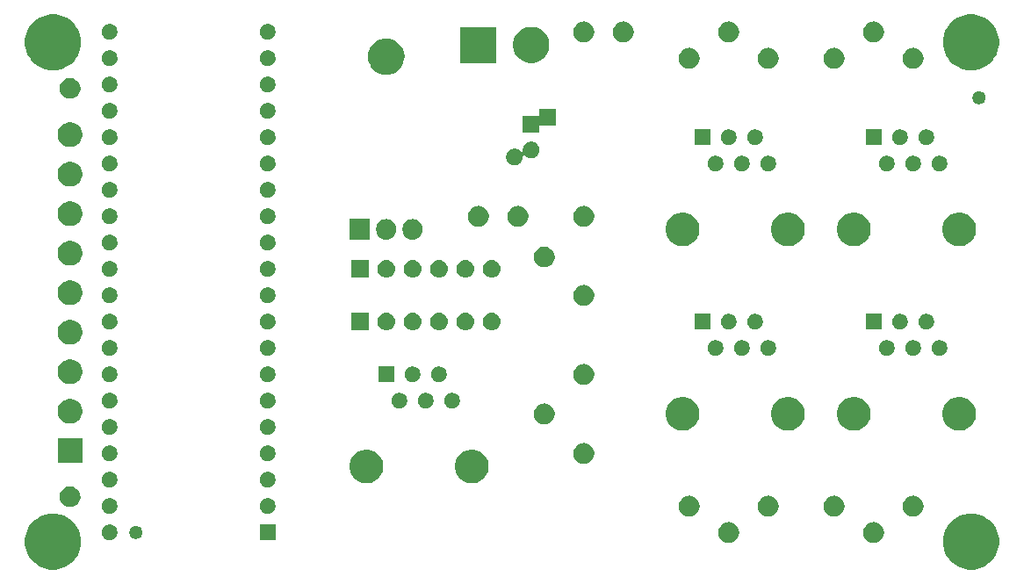
<source format=gbr>
G04 #@! TF.GenerationSoftware,KiCad,Pcbnew,5.0.2-bee76a0~70~ubuntu18.04.1*
G04 #@! TF.CreationDate,2019-06-23T18:14:28-07:00*
G04 #@! TF.ProjectId,aa-input-controller,61612d69-6e70-4757-942d-636f6e74726f,rev?*
G04 #@! TF.SameCoordinates,Original*
G04 #@! TF.FileFunction,Soldermask,Bot*
G04 #@! TF.FilePolarity,Negative*
%FSLAX46Y46*%
G04 Gerber Fmt 4.6, Leading zero omitted, Abs format (unit mm)*
G04 Created by KiCad (PCBNEW 5.0.2-bee76a0~70~ubuntu18.04.1) date Sun 23 Jun 2019 06:14:28 PM PDT*
%MOMM*%
%LPD*%
G01*
G04 APERTURE LIST*
%ADD10C,0.100000*%
G04 APERTURE END LIST*
D10*
G36*
X194335560Y-121482759D02*
X194786084Y-121669372D01*
X194826930Y-121686291D01*
X194846736Y-121699525D01*
X195269153Y-121981775D01*
X195645225Y-122357847D01*
X195645227Y-122357850D01*
X195930781Y-122785211D01*
X195940710Y-122800072D01*
X196144241Y-123291440D01*
X196248000Y-123813072D01*
X196248000Y-124344928D01*
X196144241Y-124866560D01*
X195940710Y-125357928D01*
X195645225Y-125800153D01*
X195269153Y-126176225D01*
X195269150Y-126176227D01*
X194826930Y-126471709D01*
X194826929Y-126471710D01*
X194826928Y-126471710D01*
X194335560Y-126675241D01*
X193813928Y-126779000D01*
X193282072Y-126779000D01*
X192760440Y-126675241D01*
X192269072Y-126471710D01*
X192269071Y-126471710D01*
X192269070Y-126471709D01*
X191826850Y-126176227D01*
X191826847Y-126176225D01*
X191450775Y-125800153D01*
X191155290Y-125357928D01*
X190951759Y-124866560D01*
X190848000Y-124344928D01*
X190848000Y-123813072D01*
X190951759Y-123291440D01*
X191155290Y-122800072D01*
X191165220Y-122785211D01*
X191450773Y-122357850D01*
X191450775Y-122357847D01*
X191826847Y-121981775D01*
X192249264Y-121699525D01*
X192269070Y-121686291D01*
X192309916Y-121669372D01*
X192760440Y-121482759D01*
X193282072Y-121379000D01*
X193813928Y-121379000D01*
X194335560Y-121482759D01*
X194335560Y-121482759D01*
G37*
G36*
X105816560Y-121482759D02*
X106267084Y-121669372D01*
X106307930Y-121686291D01*
X106327736Y-121699525D01*
X106750153Y-121981775D01*
X107126225Y-122357847D01*
X107126227Y-122357850D01*
X107411781Y-122785211D01*
X107421710Y-122800072D01*
X107625241Y-123291440D01*
X107729000Y-123813072D01*
X107729000Y-124344928D01*
X107625241Y-124866560D01*
X107421710Y-125357928D01*
X107126225Y-125800153D01*
X106750153Y-126176225D01*
X106750150Y-126176227D01*
X106307930Y-126471709D01*
X106307929Y-126471710D01*
X106307928Y-126471710D01*
X105816560Y-126675241D01*
X105294928Y-126779000D01*
X104763072Y-126779000D01*
X104241440Y-126675241D01*
X103750072Y-126471710D01*
X103750071Y-126471710D01*
X103750070Y-126471709D01*
X103307850Y-126176227D01*
X103307847Y-126176225D01*
X102931775Y-125800153D01*
X102636290Y-125357928D01*
X102432759Y-124866560D01*
X102329000Y-124344928D01*
X102329000Y-123813072D01*
X102432759Y-123291440D01*
X102636290Y-122800072D01*
X102646220Y-122785211D01*
X102931773Y-122357850D01*
X102931775Y-122357847D01*
X103307847Y-121981775D01*
X103730264Y-121699525D01*
X103750070Y-121686291D01*
X103790916Y-121669372D01*
X104241440Y-121482759D01*
X104763072Y-121379000D01*
X105294928Y-121379000D01*
X105816560Y-121482759D01*
X105816560Y-121482759D01*
G37*
G36*
X184325770Y-122205372D02*
X184441689Y-122228429D01*
X184623678Y-122303811D01*
X184787463Y-122413249D01*
X184926751Y-122552537D01*
X185036189Y-122716322D01*
X185111571Y-122898311D01*
X185125380Y-122967734D01*
X185150000Y-123091507D01*
X185150000Y-123288493D01*
X185134628Y-123365770D01*
X185111571Y-123481689D01*
X185036189Y-123663678D01*
X184926751Y-123827463D01*
X184787463Y-123966751D01*
X184623678Y-124076189D01*
X184441689Y-124151571D01*
X184325770Y-124174628D01*
X184248493Y-124190000D01*
X184051507Y-124190000D01*
X183974230Y-124174628D01*
X183858311Y-124151571D01*
X183676322Y-124076189D01*
X183512537Y-123966751D01*
X183373249Y-123827463D01*
X183263811Y-123663678D01*
X183188429Y-123481689D01*
X183165372Y-123365770D01*
X183150000Y-123288493D01*
X183150000Y-123091507D01*
X183174620Y-122967734D01*
X183188429Y-122898311D01*
X183263811Y-122716322D01*
X183373249Y-122552537D01*
X183512537Y-122413249D01*
X183676322Y-122303811D01*
X183858311Y-122228429D01*
X183974230Y-122205372D01*
X184051507Y-122190000D01*
X184248493Y-122190000D01*
X184325770Y-122205372D01*
X184325770Y-122205372D01*
G37*
G36*
X170355770Y-122205372D02*
X170471689Y-122228429D01*
X170653678Y-122303811D01*
X170817463Y-122413249D01*
X170956751Y-122552537D01*
X171066189Y-122716322D01*
X171141571Y-122898311D01*
X171155380Y-122967734D01*
X171180000Y-123091507D01*
X171180000Y-123288493D01*
X171164628Y-123365770D01*
X171141571Y-123481689D01*
X171066189Y-123663678D01*
X170956751Y-123827463D01*
X170817463Y-123966751D01*
X170653678Y-124076189D01*
X170471689Y-124151571D01*
X170355770Y-124174628D01*
X170278493Y-124190000D01*
X170081507Y-124190000D01*
X170004230Y-124174628D01*
X169888311Y-124151571D01*
X169706322Y-124076189D01*
X169542537Y-123966751D01*
X169403249Y-123827463D01*
X169293811Y-123663678D01*
X169218429Y-123481689D01*
X169195372Y-123365770D01*
X169180000Y-123288493D01*
X169180000Y-123091507D01*
X169204620Y-122967734D01*
X169218429Y-122898311D01*
X169293811Y-122716322D01*
X169403249Y-122552537D01*
X169542537Y-122413249D01*
X169706322Y-122303811D01*
X169888311Y-122228429D01*
X170004230Y-122205372D01*
X170081507Y-122190000D01*
X170278493Y-122190000D01*
X170355770Y-122205372D01*
X170355770Y-122205372D01*
G37*
G36*
X110663195Y-122447522D02*
X110712267Y-122457283D01*
X110850942Y-122514724D01*
X110975750Y-122598118D01*
X111081882Y-122704250D01*
X111165276Y-122829058D01*
X111222717Y-122967734D01*
X111252000Y-123114948D01*
X111252000Y-123265052D01*
X111222717Y-123412266D01*
X111165276Y-123550942D01*
X111081882Y-123675750D01*
X110975750Y-123781882D01*
X110975747Y-123781884D01*
X110850942Y-123865276D01*
X110712267Y-123922717D01*
X110663195Y-123932478D01*
X110565052Y-123952000D01*
X110414948Y-123952000D01*
X110316805Y-123932478D01*
X110267733Y-123922717D01*
X110129058Y-123865276D01*
X110004253Y-123781884D01*
X110004250Y-123781882D01*
X109898118Y-123675750D01*
X109814724Y-123550942D01*
X109757283Y-123412266D01*
X109728000Y-123265052D01*
X109728000Y-123114948D01*
X109757283Y-122967734D01*
X109814724Y-122829058D01*
X109898118Y-122704250D01*
X110004250Y-122598118D01*
X110129058Y-122514724D01*
X110267733Y-122457283D01*
X110316805Y-122447522D01*
X110414948Y-122428000D01*
X110565052Y-122428000D01*
X110663195Y-122447522D01*
X110663195Y-122447522D01*
G37*
G36*
X126492000Y-123952000D02*
X124968000Y-123952000D01*
X124968000Y-122428000D01*
X126492000Y-122428000D01*
X126492000Y-123952000D01*
X126492000Y-123952000D01*
G37*
G36*
X113215223Y-122579403D02*
X113330784Y-122627270D01*
X113434792Y-122696766D01*
X113523234Y-122785208D01*
X113592730Y-122889216D01*
X113598064Y-122902094D01*
X113640597Y-123004777D01*
X113665000Y-123127458D01*
X113665000Y-123252542D01*
X113640597Y-123375223D01*
X113592730Y-123490784D01*
X113523234Y-123594792D01*
X113434792Y-123683234D01*
X113330784Y-123752730D01*
X113260400Y-123781884D01*
X113215223Y-123800597D01*
X113092542Y-123825000D01*
X112967458Y-123825000D01*
X112844777Y-123800597D01*
X112799600Y-123781884D01*
X112729216Y-123752730D01*
X112625208Y-123683234D01*
X112536766Y-123594792D01*
X112467270Y-123490784D01*
X112419403Y-123375223D01*
X112395000Y-123252542D01*
X112395000Y-123127458D01*
X112419403Y-123004777D01*
X112461936Y-122902094D01*
X112467270Y-122889216D01*
X112536766Y-122785208D01*
X112625208Y-122696766D01*
X112729216Y-122627270D01*
X112844777Y-122579403D01*
X112967458Y-122555000D01*
X113092542Y-122555000D01*
X113215223Y-122579403D01*
X113215223Y-122579403D01*
G37*
G36*
X174151369Y-119662507D02*
X174281689Y-119688429D01*
X174463678Y-119763811D01*
X174627463Y-119873249D01*
X174766751Y-120012537D01*
X174876189Y-120176322D01*
X174951571Y-120358311D01*
X174965380Y-120427734D01*
X174987264Y-120537751D01*
X174990000Y-120551509D01*
X174990000Y-120748491D01*
X174951571Y-120941689D01*
X174876189Y-121123678D01*
X174766751Y-121287463D01*
X174627463Y-121426751D01*
X174463678Y-121536189D01*
X174281689Y-121611571D01*
X174165770Y-121634628D01*
X174088493Y-121650000D01*
X173891507Y-121650000D01*
X173814230Y-121634628D01*
X173698311Y-121611571D01*
X173516322Y-121536189D01*
X173352537Y-121426751D01*
X173213249Y-121287463D01*
X173103811Y-121123678D01*
X173028429Y-120941689D01*
X172990000Y-120748491D01*
X172990000Y-120551509D01*
X172992737Y-120537751D01*
X173014620Y-120427734D01*
X173028429Y-120358311D01*
X173103811Y-120176322D01*
X173213249Y-120012537D01*
X173352537Y-119873249D01*
X173516322Y-119763811D01*
X173698311Y-119688429D01*
X173828631Y-119662507D01*
X173891507Y-119650000D01*
X174088493Y-119650000D01*
X174151369Y-119662507D01*
X174151369Y-119662507D01*
G37*
G36*
X180501369Y-119662507D02*
X180631689Y-119688429D01*
X180813678Y-119763811D01*
X180977463Y-119873249D01*
X181116751Y-120012537D01*
X181226189Y-120176322D01*
X181301571Y-120358311D01*
X181315380Y-120427734D01*
X181337264Y-120537751D01*
X181340000Y-120551509D01*
X181340000Y-120748491D01*
X181301571Y-120941689D01*
X181226189Y-121123678D01*
X181116751Y-121287463D01*
X180977463Y-121426751D01*
X180813678Y-121536189D01*
X180631689Y-121611571D01*
X180515770Y-121634628D01*
X180438493Y-121650000D01*
X180241507Y-121650000D01*
X180164230Y-121634628D01*
X180048311Y-121611571D01*
X179866322Y-121536189D01*
X179702537Y-121426751D01*
X179563249Y-121287463D01*
X179453811Y-121123678D01*
X179378429Y-120941689D01*
X179340000Y-120748491D01*
X179340000Y-120551509D01*
X179342737Y-120537751D01*
X179364620Y-120427734D01*
X179378429Y-120358311D01*
X179453811Y-120176322D01*
X179563249Y-120012537D01*
X179702537Y-119873249D01*
X179866322Y-119763811D01*
X180048311Y-119688429D01*
X180178631Y-119662507D01*
X180241507Y-119650000D01*
X180438493Y-119650000D01*
X180501369Y-119662507D01*
X180501369Y-119662507D01*
G37*
G36*
X166531369Y-119662507D02*
X166661689Y-119688429D01*
X166843678Y-119763811D01*
X167007463Y-119873249D01*
X167146751Y-120012537D01*
X167256189Y-120176322D01*
X167331571Y-120358311D01*
X167345380Y-120427734D01*
X167367264Y-120537751D01*
X167370000Y-120551509D01*
X167370000Y-120748491D01*
X167331571Y-120941689D01*
X167256189Y-121123678D01*
X167146751Y-121287463D01*
X167007463Y-121426751D01*
X166843678Y-121536189D01*
X166661689Y-121611571D01*
X166545770Y-121634628D01*
X166468493Y-121650000D01*
X166271507Y-121650000D01*
X166194230Y-121634628D01*
X166078311Y-121611571D01*
X165896322Y-121536189D01*
X165732537Y-121426751D01*
X165593249Y-121287463D01*
X165483811Y-121123678D01*
X165408429Y-120941689D01*
X165370000Y-120748491D01*
X165370000Y-120551509D01*
X165372737Y-120537751D01*
X165394620Y-120427734D01*
X165408429Y-120358311D01*
X165483811Y-120176322D01*
X165593249Y-120012537D01*
X165732537Y-119873249D01*
X165896322Y-119763811D01*
X166078311Y-119688429D01*
X166208631Y-119662507D01*
X166271507Y-119650000D01*
X166468493Y-119650000D01*
X166531369Y-119662507D01*
X166531369Y-119662507D01*
G37*
G36*
X188121369Y-119662507D02*
X188251689Y-119688429D01*
X188433678Y-119763811D01*
X188597463Y-119873249D01*
X188736751Y-120012537D01*
X188846189Y-120176322D01*
X188921571Y-120358311D01*
X188935380Y-120427734D01*
X188957264Y-120537751D01*
X188960000Y-120551509D01*
X188960000Y-120748491D01*
X188921571Y-120941689D01*
X188846189Y-121123678D01*
X188736751Y-121287463D01*
X188597463Y-121426751D01*
X188433678Y-121536189D01*
X188251689Y-121611571D01*
X188135770Y-121634628D01*
X188058493Y-121650000D01*
X187861507Y-121650000D01*
X187784230Y-121634628D01*
X187668311Y-121611571D01*
X187486322Y-121536189D01*
X187322537Y-121426751D01*
X187183249Y-121287463D01*
X187073811Y-121123678D01*
X186998429Y-120941689D01*
X186960000Y-120748491D01*
X186960000Y-120551509D01*
X186962737Y-120537751D01*
X186984620Y-120427734D01*
X186998429Y-120358311D01*
X187073811Y-120176322D01*
X187183249Y-120012537D01*
X187322537Y-119873249D01*
X187486322Y-119763811D01*
X187668311Y-119688429D01*
X187798631Y-119662507D01*
X187861507Y-119650000D01*
X188058493Y-119650000D01*
X188121369Y-119662507D01*
X188121369Y-119662507D01*
G37*
G36*
X125903195Y-119907522D02*
X125952267Y-119917283D01*
X126090942Y-119974724D01*
X126215750Y-120058118D01*
X126321882Y-120164250D01*
X126405276Y-120289058D01*
X126462717Y-120427734D01*
X126492000Y-120574948D01*
X126492000Y-120725052D01*
X126462717Y-120872266D01*
X126405276Y-121010942D01*
X126321882Y-121135750D01*
X126215750Y-121241882D01*
X126215747Y-121241884D01*
X126090942Y-121325276D01*
X125952267Y-121382717D01*
X125903195Y-121392478D01*
X125805052Y-121412000D01*
X125654948Y-121412000D01*
X125556805Y-121392478D01*
X125507733Y-121382717D01*
X125369058Y-121325276D01*
X125244253Y-121241884D01*
X125244250Y-121241882D01*
X125138118Y-121135750D01*
X125054724Y-121010942D01*
X124997283Y-120872266D01*
X124968000Y-120725052D01*
X124968000Y-120574948D01*
X124997283Y-120427734D01*
X125054724Y-120289058D01*
X125138118Y-120164250D01*
X125244250Y-120058118D01*
X125369058Y-119974724D01*
X125507733Y-119917283D01*
X125556805Y-119907522D01*
X125654948Y-119888000D01*
X125805052Y-119888000D01*
X125903195Y-119907522D01*
X125903195Y-119907522D01*
G37*
G36*
X110663195Y-119907522D02*
X110712267Y-119917283D01*
X110850942Y-119974724D01*
X110975750Y-120058118D01*
X111081882Y-120164250D01*
X111165276Y-120289058D01*
X111222717Y-120427734D01*
X111252000Y-120574948D01*
X111252000Y-120725052D01*
X111222717Y-120872266D01*
X111165276Y-121010942D01*
X111081882Y-121135750D01*
X110975750Y-121241882D01*
X110975747Y-121241884D01*
X110850942Y-121325276D01*
X110712267Y-121382717D01*
X110663195Y-121392478D01*
X110565052Y-121412000D01*
X110414948Y-121412000D01*
X110316805Y-121392478D01*
X110267733Y-121382717D01*
X110129058Y-121325276D01*
X110004253Y-121241884D01*
X110004250Y-121241882D01*
X109898118Y-121135750D01*
X109814724Y-121010942D01*
X109757283Y-120872266D01*
X109728000Y-120725052D01*
X109728000Y-120574948D01*
X109757283Y-120427734D01*
X109814724Y-120289058D01*
X109898118Y-120164250D01*
X110004250Y-120058118D01*
X110129058Y-119974724D01*
X110267733Y-119917283D01*
X110316805Y-119907522D01*
X110414948Y-119888000D01*
X110565052Y-119888000D01*
X110663195Y-119907522D01*
X110663195Y-119907522D01*
G37*
G36*
X106855770Y-118776372D02*
X106971689Y-118799429D01*
X107153678Y-118874811D01*
X107317463Y-118984249D01*
X107456751Y-119123537D01*
X107566189Y-119287322D01*
X107641571Y-119469311D01*
X107664628Y-119585230D01*
X107680000Y-119662507D01*
X107680000Y-119859493D01*
X107668505Y-119917283D01*
X107641571Y-120052689D01*
X107566189Y-120234678D01*
X107456751Y-120398463D01*
X107317463Y-120537751D01*
X107153678Y-120647189D01*
X106971689Y-120722571D01*
X106855770Y-120745628D01*
X106778493Y-120761000D01*
X106581507Y-120761000D01*
X106504230Y-120745628D01*
X106388311Y-120722571D01*
X106206322Y-120647189D01*
X106042537Y-120537751D01*
X105903249Y-120398463D01*
X105793811Y-120234678D01*
X105718429Y-120052689D01*
X105691495Y-119917283D01*
X105680000Y-119859493D01*
X105680000Y-119662507D01*
X105695372Y-119585230D01*
X105718429Y-119469311D01*
X105793811Y-119287322D01*
X105903249Y-119123537D01*
X106042537Y-118984249D01*
X106206322Y-118874811D01*
X106388311Y-118799429D01*
X106504230Y-118776372D01*
X106581507Y-118761000D01*
X106778493Y-118761000D01*
X106855770Y-118776372D01*
X106855770Y-118776372D01*
G37*
G36*
X110663195Y-117367522D02*
X110712267Y-117377283D01*
X110850942Y-117434724D01*
X110975750Y-117518118D01*
X111081882Y-117624250D01*
X111081884Y-117624253D01*
X111165276Y-117749058D01*
X111222717Y-117887733D01*
X111252000Y-118034950D01*
X111252000Y-118185050D01*
X111222717Y-118332267D01*
X111167737Y-118465000D01*
X111165276Y-118470942D01*
X111081882Y-118595750D01*
X110975750Y-118701882D01*
X110975747Y-118701884D01*
X110850942Y-118785276D01*
X110712267Y-118842717D01*
X110663195Y-118852478D01*
X110565052Y-118872000D01*
X110414948Y-118872000D01*
X110316805Y-118852478D01*
X110267733Y-118842717D01*
X110129058Y-118785276D01*
X110004253Y-118701884D01*
X110004250Y-118701882D01*
X109898118Y-118595750D01*
X109814724Y-118470942D01*
X109812263Y-118465000D01*
X109757283Y-118332267D01*
X109728000Y-118185050D01*
X109728000Y-118034950D01*
X109757283Y-117887733D01*
X109814724Y-117749058D01*
X109898116Y-117624253D01*
X109898118Y-117624250D01*
X110004250Y-117518118D01*
X110129058Y-117434724D01*
X110267733Y-117377283D01*
X110316805Y-117367522D01*
X110414948Y-117348000D01*
X110565052Y-117348000D01*
X110663195Y-117367522D01*
X110663195Y-117367522D01*
G37*
G36*
X125903195Y-117367522D02*
X125952267Y-117377283D01*
X126090942Y-117434724D01*
X126215750Y-117518118D01*
X126321882Y-117624250D01*
X126321884Y-117624253D01*
X126405276Y-117749058D01*
X126462717Y-117887733D01*
X126492000Y-118034950D01*
X126492000Y-118185050D01*
X126462717Y-118332267D01*
X126407737Y-118465000D01*
X126405276Y-118470942D01*
X126321882Y-118595750D01*
X126215750Y-118701882D01*
X126215747Y-118701884D01*
X126090942Y-118785276D01*
X125952267Y-118842717D01*
X125903195Y-118852478D01*
X125805052Y-118872000D01*
X125654948Y-118872000D01*
X125556805Y-118852478D01*
X125507733Y-118842717D01*
X125369058Y-118785276D01*
X125244253Y-118701884D01*
X125244250Y-118701882D01*
X125138118Y-118595750D01*
X125054724Y-118470942D01*
X125052263Y-118465000D01*
X124997283Y-118332267D01*
X124968000Y-118185050D01*
X124968000Y-118034950D01*
X124997283Y-117887733D01*
X125054724Y-117749058D01*
X125138116Y-117624253D01*
X125138118Y-117624250D01*
X125244250Y-117518118D01*
X125369058Y-117434724D01*
X125507733Y-117377283D01*
X125556805Y-117367522D01*
X125654948Y-117348000D01*
X125805052Y-117348000D01*
X125903195Y-117367522D01*
X125903195Y-117367522D01*
G37*
G36*
X135723992Y-115277447D02*
X135723994Y-115277448D01*
X135723995Y-115277448D01*
X136019726Y-115399943D01*
X136282286Y-115575380D01*
X136285880Y-115577782D01*
X136512218Y-115804120D01*
X136512220Y-115804123D01*
X136690057Y-116070274D01*
X136804575Y-116346747D01*
X136812553Y-116366008D01*
X136875000Y-116679950D01*
X136875000Y-117000049D01*
X136812552Y-117313995D01*
X136690057Y-117609726D01*
X136690056Y-117609727D01*
X136512218Y-117875880D01*
X136285880Y-118102218D01*
X136285877Y-118102220D01*
X136019726Y-118280057D01*
X135723995Y-118402552D01*
X135723994Y-118402552D01*
X135723992Y-118402553D01*
X135410050Y-118465000D01*
X135089950Y-118465000D01*
X134776008Y-118402553D01*
X134776006Y-118402552D01*
X134776005Y-118402552D01*
X134480274Y-118280057D01*
X134214123Y-118102220D01*
X134214120Y-118102218D01*
X133987782Y-117875880D01*
X133809944Y-117609727D01*
X133809943Y-117609726D01*
X133687448Y-117313995D01*
X133625000Y-117000049D01*
X133625000Y-116679950D01*
X133687447Y-116366008D01*
X133695425Y-116346747D01*
X133809943Y-116070274D01*
X133987780Y-115804123D01*
X133987782Y-115804120D01*
X134214120Y-115577782D01*
X134217714Y-115575380D01*
X134480274Y-115399943D01*
X134776005Y-115277448D01*
X134776006Y-115277448D01*
X134776008Y-115277447D01*
X135089950Y-115215000D01*
X135410050Y-115215000D01*
X135723992Y-115277447D01*
X135723992Y-115277447D01*
G37*
G36*
X145883992Y-115277447D02*
X145883994Y-115277448D01*
X145883995Y-115277448D01*
X146179726Y-115399943D01*
X146442286Y-115575380D01*
X146445880Y-115577782D01*
X146672218Y-115804120D01*
X146672220Y-115804123D01*
X146850057Y-116070274D01*
X146964575Y-116346747D01*
X146972553Y-116366008D01*
X147035000Y-116679950D01*
X147035000Y-117000049D01*
X146972552Y-117313995D01*
X146850057Y-117609726D01*
X146850056Y-117609727D01*
X146672218Y-117875880D01*
X146445880Y-118102218D01*
X146445877Y-118102220D01*
X146179726Y-118280057D01*
X145883995Y-118402552D01*
X145883994Y-118402552D01*
X145883992Y-118402553D01*
X145570050Y-118465000D01*
X145249950Y-118465000D01*
X144936008Y-118402553D01*
X144936006Y-118402552D01*
X144936005Y-118402552D01*
X144640274Y-118280057D01*
X144374123Y-118102220D01*
X144374120Y-118102218D01*
X144147782Y-117875880D01*
X143969944Y-117609727D01*
X143969943Y-117609726D01*
X143847448Y-117313995D01*
X143785000Y-117000049D01*
X143785000Y-116679950D01*
X143847447Y-116366008D01*
X143855425Y-116346747D01*
X143969943Y-116070274D01*
X144147780Y-115804123D01*
X144147782Y-115804120D01*
X144374120Y-115577782D01*
X144377714Y-115575380D01*
X144640274Y-115399943D01*
X144936005Y-115277448D01*
X144936006Y-115277448D01*
X144936008Y-115277447D01*
X145249950Y-115215000D01*
X145570050Y-115215000D01*
X145883992Y-115277447D01*
X145883992Y-115277447D01*
G37*
G36*
X156385770Y-114585372D02*
X156501689Y-114608429D01*
X156683678Y-114683811D01*
X156847463Y-114793249D01*
X156986751Y-114932537D01*
X157096189Y-115096322D01*
X157171571Y-115278311D01*
X157210000Y-115471509D01*
X157210000Y-115668491D01*
X157171571Y-115861689D01*
X157096189Y-116043678D01*
X156986751Y-116207463D01*
X156847463Y-116346751D01*
X156683678Y-116456189D01*
X156501689Y-116531571D01*
X156385770Y-116554628D01*
X156308493Y-116570000D01*
X156111507Y-116570000D01*
X156034230Y-116554628D01*
X155918311Y-116531571D01*
X155736322Y-116456189D01*
X155572537Y-116346751D01*
X155433249Y-116207463D01*
X155323811Y-116043678D01*
X155248429Y-115861689D01*
X155210000Y-115668491D01*
X155210000Y-115471509D01*
X155248429Y-115278311D01*
X155323811Y-115096322D01*
X155433249Y-114932537D01*
X155572537Y-114793249D01*
X155736322Y-114683811D01*
X155918311Y-114608429D01*
X156034230Y-114585372D01*
X156111507Y-114570000D01*
X156308493Y-114570000D01*
X156385770Y-114585372D01*
X156385770Y-114585372D01*
G37*
G36*
X107880000Y-116516000D02*
X105480000Y-116516000D01*
X105480000Y-114116000D01*
X107880000Y-114116000D01*
X107880000Y-116516000D01*
X107880000Y-116516000D01*
G37*
G36*
X110663195Y-114827522D02*
X110712267Y-114837283D01*
X110850942Y-114894724D01*
X110975750Y-114978118D01*
X111081882Y-115084250D01*
X111081884Y-115084253D01*
X111165276Y-115209058D01*
X111193604Y-115277447D01*
X111222717Y-115347734D01*
X111252000Y-115494948D01*
X111252000Y-115645052D01*
X111222717Y-115792266D01*
X111165276Y-115930942D01*
X111081882Y-116055750D01*
X110975750Y-116161882D01*
X110975747Y-116161884D01*
X110850942Y-116245276D01*
X110712267Y-116302717D01*
X110663195Y-116312478D01*
X110565052Y-116332000D01*
X110414948Y-116332000D01*
X110316805Y-116312478D01*
X110267733Y-116302717D01*
X110129058Y-116245276D01*
X110004253Y-116161884D01*
X110004250Y-116161882D01*
X109898118Y-116055750D01*
X109814724Y-115930942D01*
X109757283Y-115792266D01*
X109728000Y-115645052D01*
X109728000Y-115494948D01*
X109757283Y-115347734D01*
X109786397Y-115277447D01*
X109814724Y-115209058D01*
X109898116Y-115084253D01*
X109898118Y-115084250D01*
X110004250Y-114978118D01*
X110129058Y-114894724D01*
X110267733Y-114837283D01*
X110316805Y-114827522D01*
X110414948Y-114808000D01*
X110565052Y-114808000D01*
X110663195Y-114827522D01*
X110663195Y-114827522D01*
G37*
G36*
X125903195Y-114827522D02*
X125952267Y-114837283D01*
X126090942Y-114894724D01*
X126215750Y-114978118D01*
X126321882Y-115084250D01*
X126321884Y-115084253D01*
X126405276Y-115209058D01*
X126433604Y-115277447D01*
X126462717Y-115347734D01*
X126492000Y-115494948D01*
X126492000Y-115645052D01*
X126462717Y-115792266D01*
X126405276Y-115930942D01*
X126321882Y-116055750D01*
X126215750Y-116161882D01*
X126215747Y-116161884D01*
X126090942Y-116245276D01*
X125952267Y-116302717D01*
X125903195Y-116312478D01*
X125805052Y-116332000D01*
X125654948Y-116332000D01*
X125556805Y-116312478D01*
X125507733Y-116302717D01*
X125369058Y-116245276D01*
X125244253Y-116161884D01*
X125244250Y-116161882D01*
X125138118Y-116055750D01*
X125054724Y-115930942D01*
X124997283Y-115792266D01*
X124968000Y-115645052D01*
X124968000Y-115494948D01*
X124997283Y-115347734D01*
X125026397Y-115277447D01*
X125054724Y-115209058D01*
X125138116Y-115084253D01*
X125138118Y-115084250D01*
X125244250Y-114978118D01*
X125369058Y-114894724D01*
X125507733Y-114837283D01*
X125556805Y-114827522D01*
X125654948Y-114808000D01*
X125805052Y-114808000D01*
X125903195Y-114827522D01*
X125903195Y-114827522D01*
G37*
G36*
X110663195Y-112287522D02*
X110712267Y-112297283D01*
X110850942Y-112354724D01*
X110975750Y-112438118D01*
X111081882Y-112544250D01*
X111081884Y-112544253D01*
X111165276Y-112669058D01*
X111222717Y-112807733D01*
X111252000Y-112954950D01*
X111252000Y-113105050D01*
X111222717Y-113252267D01*
X111167737Y-113385000D01*
X111165276Y-113390942D01*
X111081882Y-113515750D01*
X110975750Y-113621882D01*
X110975747Y-113621884D01*
X110850942Y-113705276D01*
X110712267Y-113762717D01*
X110663195Y-113772478D01*
X110565052Y-113792000D01*
X110414948Y-113792000D01*
X110316805Y-113772478D01*
X110267733Y-113762717D01*
X110129058Y-113705276D01*
X110004253Y-113621884D01*
X110004250Y-113621882D01*
X109898118Y-113515750D01*
X109814724Y-113390942D01*
X109812263Y-113385000D01*
X109757283Y-113252267D01*
X109728000Y-113105050D01*
X109728000Y-112954950D01*
X109757283Y-112807733D01*
X109814724Y-112669058D01*
X109898116Y-112544253D01*
X109898118Y-112544250D01*
X110004250Y-112438118D01*
X110129058Y-112354724D01*
X110267733Y-112297283D01*
X110316805Y-112287522D01*
X110414948Y-112268000D01*
X110565052Y-112268000D01*
X110663195Y-112287522D01*
X110663195Y-112287522D01*
G37*
G36*
X125903195Y-112287522D02*
X125952267Y-112297283D01*
X126090942Y-112354724D01*
X126215750Y-112438118D01*
X126321882Y-112544250D01*
X126321884Y-112544253D01*
X126405276Y-112669058D01*
X126462717Y-112807733D01*
X126492000Y-112954950D01*
X126492000Y-113105050D01*
X126462717Y-113252267D01*
X126407737Y-113385000D01*
X126405276Y-113390942D01*
X126321882Y-113515750D01*
X126215750Y-113621882D01*
X126215747Y-113621884D01*
X126090942Y-113705276D01*
X125952267Y-113762717D01*
X125903195Y-113772478D01*
X125805052Y-113792000D01*
X125654948Y-113792000D01*
X125556805Y-113772478D01*
X125507733Y-113762717D01*
X125369058Y-113705276D01*
X125244253Y-113621884D01*
X125244250Y-113621882D01*
X125138118Y-113515750D01*
X125054724Y-113390942D01*
X125052263Y-113385000D01*
X124997283Y-113252267D01*
X124968000Y-113105050D01*
X124968000Y-112954950D01*
X124997283Y-112807733D01*
X125054724Y-112669058D01*
X125138116Y-112544253D01*
X125138118Y-112544250D01*
X125244250Y-112438118D01*
X125369058Y-112354724D01*
X125507733Y-112297283D01*
X125556805Y-112287522D01*
X125654948Y-112268000D01*
X125805052Y-112268000D01*
X125903195Y-112287522D01*
X125903195Y-112287522D01*
G37*
G36*
X166203992Y-110197447D02*
X166203994Y-110197448D01*
X166203995Y-110197448D01*
X166499726Y-110319943D01*
X166642205Y-110415145D01*
X166765880Y-110497782D01*
X166992218Y-110724120D01*
X166992220Y-110724123D01*
X167170057Y-110990274D01*
X167292552Y-111286005D01*
X167292553Y-111286008D01*
X167328815Y-111468311D01*
X167355000Y-111599951D01*
X167355000Y-111920049D01*
X167292552Y-112233995D01*
X167170057Y-112529726D01*
X167083088Y-112659884D01*
X166992218Y-112795880D01*
X166765880Y-113022218D01*
X166765877Y-113022220D01*
X166499726Y-113200057D01*
X166203995Y-113322552D01*
X166203994Y-113322552D01*
X166203992Y-113322553D01*
X165890050Y-113385000D01*
X165569950Y-113385000D01*
X165256008Y-113322553D01*
X165256006Y-113322552D01*
X165256005Y-113322552D01*
X164960274Y-113200057D01*
X164694123Y-113022220D01*
X164694120Y-113022218D01*
X164467782Y-112795880D01*
X164376912Y-112659884D01*
X164289943Y-112529726D01*
X164167448Y-112233995D01*
X164105000Y-111920049D01*
X164105000Y-111599951D01*
X164131185Y-111468311D01*
X164167447Y-111286008D01*
X164167448Y-111286005D01*
X164289943Y-110990274D01*
X164467780Y-110724123D01*
X164467782Y-110724120D01*
X164694120Y-110497782D01*
X164817795Y-110415145D01*
X164960274Y-110319943D01*
X165256005Y-110197448D01*
X165256006Y-110197448D01*
X165256008Y-110197447D01*
X165569950Y-110135000D01*
X165890050Y-110135000D01*
X166203992Y-110197447D01*
X166203992Y-110197447D01*
G37*
G36*
X176363992Y-110197447D02*
X176363994Y-110197448D01*
X176363995Y-110197448D01*
X176659726Y-110319943D01*
X176802205Y-110415145D01*
X176925880Y-110497782D01*
X177152218Y-110724120D01*
X177152220Y-110724123D01*
X177330057Y-110990274D01*
X177452552Y-111286005D01*
X177452553Y-111286008D01*
X177488815Y-111468311D01*
X177515000Y-111599951D01*
X177515000Y-111920049D01*
X177452552Y-112233995D01*
X177330057Y-112529726D01*
X177243088Y-112659884D01*
X177152218Y-112795880D01*
X176925880Y-113022218D01*
X176925877Y-113022220D01*
X176659726Y-113200057D01*
X176363995Y-113322552D01*
X176363994Y-113322552D01*
X176363992Y-113322553D01*
X176050050Y-113385000D01*
X175729950Y-113385000D01*
X175416008Y-113322553D01*
X175416006Y-113322552D01*
X175416005Y-113322552D01*
X175120274Y-113200057D01*
X174854123Y-113022220D01*
X174854120Y-113022218D01*
X174627782Y-112795880D01*
X174536912Y-112659884D01*
X174449943Y-112529726D01*
X174327448Y-112233995D01*
X174265000Y-111920049D01*
X174265000Y-111599951D01*
X174291185Y-111468311D01*
X174327447Y-111286008D01*
X174327448Y-111286005D01*
X174449943Y-110990274D01*
X174627780Y-110724123D01*
X174627782Y-110724120D01*
X174854120Y-110497782D01*
X174977795Y-110415145D01*
X175120274Y-110319943D01*
X175416005Y-110197448D01*
X175416006Y-110197448D01*
X175416008Y-110197447D01*
X175729950Y-110135000D01*
X176050050Y-110135000D01*
X176363992Y-110197447D01*
X176363992Y-110197447D01*
G37*
G36*
X182713992Y-110197447D02*
X182713994Y-110197448D01*
X182713995Y-110197448D01*
X183009726Y-110319943D01*
X183152205Y-110415145D01*
X183275880Y-110497782D01*
X183502218Y-110724120D01*
X183502220Y-110724123D01*
X183680057Y-110990274D01*
X183802552Y-111286005D01*
X183802553Y-111286008D01*
X183838815Y-111468311D01*
X183865000Y-111599951D01*
X183865000Y-111920049D01*
X183802552Y-112233995D01*
X183680057Y-112529726D01*
X183593088Y-112659884D01*
X183502218Y-112795880D01*
X183275880Y-113022218D01*
X183275877Y-113022220D01*
X183009726Y-113200057D01*
X182713995Y-113322552D01*
X182713994Y-113322552D01*
X182713992Y-113322553D01*
X182400050Y-113385000D01*
X182079950Y-113385000D01*
X181766008Y-113322553D01*
X181766006Y-113322552D01*
X181766005Y-113322552D01*
X181470274Y-113200057D01*
X181204123Y-113022220D01*
X181204120Y-113022218D01*
X180977782Y-112795880D01*
X180886912Y-112659884D01*
X180799943Y-112529726D01*
X180677448Y-112233995D01*
X180615000Y-111920049D01*
X180615000Y-111599951D01*
X180641185Y-111468311D01*
X180677447Y-111286008D01*
X180677448Y-111286005D01*
X180799943Y-110990274D01*
X180977780Y-110724123D01*
X180977782Y-110724120D01*
X181204120Y-110497782D01*
X181327795Y-110415145D01*
X181470274Y-110319943D01*
X181766005Y-110197448D01*
X181766006Y-110197448D01*
X181766008Y-110197447D01*
X182079950Y-110135000D01*
X182400050Y-110135000D01*
X182713992Y-110197447D01*
X182713992Y-110197447D01*
G37*
G36*
X192873992Y-110197447D02*
X192873994Y-110197448D01*
X192873995Y-110197448D01*
X193169726Y-110319943D01*
X193312205Y-110415145D01*
X193435880Y-110497782D01*
X193662218Y-110724120D01*
X193662220Y-110724123D01*
X193840057Y-110990274D01*
X193962552Y-111286005D01*
X193962553Y-111286008D01*
X193998815Y-111468311D01*
X194025000Y-111599951D01*
X194025000Y-111920049D01*
X193962552Y-112233995D01*
X193840057Y-112529726D01*
X193753088Y-112659884D01*
X193662218Y-112795880D01*
X193435880Y-113022218D01*
X193435877Y-113022220D01*
X193169726Y-113200057D01*
X192873995Y-113322552D01*
X192873994Y-113322552D01*
X192873992Y-113322553D01*
X192560050Y-113385000D01*
X192239950Y-113385000D01*
X191926008Y-113322553D01*
X191926006Y-113322552D01*
X191926005Y-113322552D01*
X191630274Y-113200057D01*
X191364123Y-113022220D01*
X191364120Y-113022218D01*
X191137782Y-112795880D01*
X191046912Y-112659884D01*
X190959943Y-112529726D01*
X190837448Y-112233995D01*
X190775000Y-111920049D01*
X190775000Y-111599951D01*
X190801185Y-111468311D01*
X190837447Y-111286008D01*
X190837448Y-111286005D01*
X190959943Y-110990274D01*
X191137780Y-110724123D01*
X191137782Y-110724120D01*
X191364120Y-110497782D01*
X191487795Y-110415145D01*
X191630274Y-110319943D01*
X191926005Y-110197448D01*
X191926006Y-110197448D01*
X191926008Y-110197447D01*
X192239950Y-110135000D01*
X192560050Y-110135000D01*
X192873992Y-110197447D01*
X192873992Y-110197447D01*
G37*
G36*
X152575770Y-110775372D02*
X152691689Y-110798429D01*
X152873678Y-110873811D01*
X153037463Y-110983249D01*
X153176751Y-111122537D01*
X153286189Y-111286322D01*
X153361571Y-111468311D01*
X153400000Y-111661509D01*
X153400000Y-111858491D01*
X153361571Y-112051689D01*
X153286189Y-112233678D01*
X153176751Y-112397463D01*
X153037463Y-112536751D01*
X152873678Y-112646189D01*
X152691689Y-112721571D01*
X152575770Y-112744628D01*
X152498493Y-112760000D01*
X152301507Y-112760000D01*
X152224230Y-112744628D01*
X152108311Y-112721571D01*
X151926322Y-112646189D01*
X151762537Y-112536751D01*
X151623249Y-112397463D01*
X151513811Y-112233678D01*
X151438429Y-112051689D01*
X151400000Y-111858491D01*
X151400000Y-111661509D01*
X151438429Y-111468311D01*
X151513811Y-111286322D01*
X151623249Y-111122537D01*
X151762537Y-110983249D01*
X151926322Y-110873811D01*
X152108311Y-110798429D01*
X152224230Y-110775372D01*
X152301507Y-110760000D01*
X152498493Y-110760000D01*
X152575770Y-110775372D01*
X152575770Y-110775372D01*
G37*
G36*
X107030026Y-110352115D02*
X107248412Y-110442573D01*
X107444958Y-110573901D01*
X107612099Y-110741042D01*
X107743427Y-110937588D01*
X107833885Y-111155974D01*
X107880000Y-111387809D01*
X107880000Y-111624191D01*
X107833885Y-111856026D01*
X107743427Y-112074412D01*
X107612099Y-112270958D01*
X107444958Y-112438099D01*
X107248412Y-112569427D01*
X107030026Y-112659885D01*
X106798191Y-112706000D01*
X106561809Y-112706000D01*
X106329974Y-112659885D01*
X106111588Y-112569427D01*
X105915042Y-112438099D01*
X105747901Y-112270958D01*
X105616573Y-112074412D01*
X105526115Y-111856026D01*
X105480000Y-111624191D01*
X105480000Y-111387809D01*
X105526115Y-111155974D01*
X105616573Y-110937588D01*
X105747901Y-110741042D01*
X105915042Y-110573901D01*
X106111588Y-110442573D01*
X106329974Y-110352115D01*
X106561809Y-110306000D01*
X106798191Y-110306000D01*
X107030026Y-110352115D01*
X107030026Y-110352115D01*
G37*
G36*
X125903195Y-109747522D02*
X125952267Y-109757283D01*
X126090942Y-109814724D01*
X126215750Y-109898118D01*
X126321882Y-110004250D01*
X126321884Y-110004253D01*
X126405276Y-110129058D01*
X126433604Y-110197447D01*
X126462717Y-110267734D01*
X126492000Y-110414948D01*
X126492000Y-110565052D01*
X126472478Y-110663195D01*
X126462717Y-110712267D01*
X126405668Y-110849995D01*
X126405276Y-110850942D01*
X126321882Y-110975750D01*
X126215750Y-111081882D01*
X126215747Y-111081884D01*
X126090942Y-111165276D01*
X125952267Y-111222717D01*
X125903195Y-111232478D01*
X125805052Y-111252000D01*
X125654948Y-111252000D01*
X125556805Y-111232478D01*
X125507733Y-111222717D01*
X125369058Y-111165276D01*
X125244253Y-111081884D01*
X125244250Y-111081882D01*
X125138118Y-110975750D01*
X125054724Y-110850942D01*
X125054332Y-110849995D01*
X124997283Y-110712267D01*
X124987522Y-110663195D01*
X124968000Y-110565052D01*
X124968000Y-110414948D01*
X124997283Y-110267734D01*
X125026397Y-110197447D01*
X125054724Y-110129058D01*
X125138116Y-110004253D01*
X125138118Y-110004250D01*
X125244250Y-109898118D01*
X125369058Y-109814724D01*
X125507733Y-109757283D01*
X125556805Y-109747522D01*
X125654948Y-109728000D01*
X125805052Y-109728000D01*
X125903195Y-109747522D01*
X125903195Y-109747522D01*
G37*
G36*
X110663195Y-109747522D02*
X110712267Y-109757283D01*
X110850942Y-109814724D01*
X110975750Y-109898118D01*
X111081882Y-110004250D01*
X111081884Y-110004253D01*
X111165276Y-110129058D01*
X111193604Y-110197447D01*
X111222717Y-110267734D01*
X111252000Y-110414948D01*
X111252000Y-110565052D01*
X111232478Y-110663195D01*
X111222717Y-110712267D01*
X111165668Y-110849995D01*
X111165276Y-110850942D01*
X111081882Y-110975750D01*
X110975750Y-111081882D01*
X110975747Y-111081884D01*
X110850942Y-111165276D01*
X110712267Y-111222717D01*
X110663195Y-111232478D01*
X110565052Y-111252000D01*
X110414948Y-111252000D01*
X110316805Y-111232478D01*
X110267733Y-111222717D01*
X110129058Y-111165276D01*
X110004253Y-111081884D01*
X110004250Y-111081882D01*
X109898118Y-110975750D01*
X109814724Y-110850942D01*
X109814332Y-110849995D01*
X109757283Y-110712267D01*
X109747522Y-110663195D01*
X109728000Y-110565052D01*
X109728000Y-110414948D01*
X109757283Y-110267734D01*
X109786397Y-110197447D01*
X109814724Y-110129058D01*
X109898116Y-110004253D01*
X109898118Y-110004250D01*
X110004250Y-109898118D01*
X110129058Y-109814724D01*
X110267733Y-109757283D01*
X110316805Y-109747522D01*
X110414948Y-109728000D01*
X110565052Y-109728000D01*
X110663195Y-109747522D01*
X110663195Y-109747522D01*
G37*
G36*
X138651683Y-109759206D02*
X138789992Y-109816495D01*
X138914476Y-109899673D01*
X139020327Y-110005524D01*
X139103505Y-110130008D01*
X139160794Y-110268317D01*
X139190000Y-110415145D01*
X139190000Y-110564855D01*
X139160794Y-110711683D01*
X139103505Y-110849992D01*
X139020327Y-110974476D01*
X138914476Y-111080327D01*
X138789992Y-111163505D01*
X138651683Y-111220794D01*
X138504855Y-111250000D01*
X138355145Y-111250000D01*
X138208317Y-111220794D01*
X138070008Y-111163505D01*
X137945524Y-111080327D01*
X137839673Y-110974476D01*
X137756495Y-110849992D01*
X137699206Y-110711683D01*
X137670000Y-110564855D01*
X137670000Y-110415145D01*
X137699206Y-110268317D01*
X137756495Y-110130008D01*
X137839673Y-110005524D01*
X137945524Y-109899673D01*
X138070008Y-109816495D01*
X138208317Y-109759206D01*
X138355145Y-109730000D01*
X138504855Y-109730000D01*
X138651683Y-109759206D01*
X138651683Y-109759206D01*
G37*
G36*
X141191683Y-109759206D02*
X141329992Y-109816495D01*
X141454476Y-109899673D01*
X141560327Y-110005524D01*
X141643505Y-110130008D01*
X141700794Y-110268317D01*
X141730000Y-110415145D01*
X141730000Y-110564855D01*
X141700794Y-110711683D01*
X141643505Y-110849992D01*
X141560327Y-110974476D01*
X141454476Y-111080327D01*
X141329992Y-111163505D01*
X141191683Y-111220794D01*
X141044855Y-111250000D01*
X140895145Y-111250000D01*
X140748317Y-111220794D01*
X140610008Y-111163505D01*
X140485524Y-111080327D01*
X140379673Y-110974476D01*
X140296495Y-110849992D01*
X140239206Y-110711683D01*
X140210000Y-110564855D01*
X140210000Y-110415145D01*
X140239206Y-110268317D01*
X140296495Y-110130008D01*
X140379673Y-110005524D01*
X140485524Y-109899673D01*
X140610008Y-109816495D01*
X140748317Y-109759206D01*
X140895145Y-109730000D01*
X141044855Y-109730000D01*
X141191683Y-109759206D01*
X141191683Y-109759206D01*
G37*
G36*
X143731683Y-109759206D02*
X143869992Y-109816495D01*
X143994476Y-109899673D01*
X144100327Y-110005524D01*
X144183505Y-110130008D01*
X144240794Y-110268317D01*
X144270000Y-110415145D01*
X144270000Y-110564855D01*
X144240794Y-110711683D01*
X144183505Y-110849992D01*
X144100327Y-110974476D01*
X143994476Y-111080327D01*
X143869992Y-111163505D01*
X143731683Y-111220794D01*
X143584855Y-111250000D01*
X143435145Y-111250000D01*
X143288317Y-111220794D01*
X143150008Y-111163505D01*
X143025524Y-111080327D01*
X142919673Y-110974476D01*
X142836495Y-110849992D01*
X142779206Y-110711683D01*
X142750000Y-110564855D01*
X142750000Y-110415145D01*
X142779206Y-110268317D01*
X142836495Y-110130008D01*
X142919673Y-110005524D01*
X143025524Y-109899673D01*
X143150008Y-109816495D01*
X143288317Y-109759206D01*
X143435145Y-109730000D01*
X143584855Y-109730000D01*
X143731683Y-109759206D01*
X143731683Y-109759206D01*
G37*
G36*
X156385770Y-106965372D02*
X156501689Y-106988429D01*
X156683678Y-107063811D01*
X156847463Y-107173249D01*
X156986751Y-107312537D01*
X157096189Y-107476322D01*
X157171571Y-107658311D01*
X157210000Y-107851509D01*
X157210000Y-108048491D01*
X157171571Y-108241689D01*
X157096189Y-108423678D01*
X156986751Y-108587463D01*
X156847463Y-108726751D01*
X156683678Y-108836189D01*
X156501689Y-108911571D01*
X156385770Y-108934628D01*
X156308493Y-108950000D01*
X156111507Y-108950000D01*
X156034230Y-108934628D01*
X155918311Y-108911571D01*
X155736322Y-108836189D01*
X155572537Y-108726751D01*
X155433249Y-108587463D01*
X155323811Y-108423678D01*
X155248429Y-108241689D01*
X155210000Y-108048491D01*
X155210000Y-107851509D01*
X155248429Y-107658311D01*
X155323811Y-107476322D01*
X155433249Y-107312537D01*
X155572537Y-107173249D01*
X155736322Y-107063811D01*
X155918311Y-106988429D01*
X156034230Y-106965372D01*
X156111507Y-106950000D01*
X156308493Y-106950000D01*
X156385770Y-106965372D01*
X156385770Y-106965372D01*
G37*
G36*
X107030026Y-106542115D02*
X107248412Y-106632573D01*
X107444958Y-106763901D01*
X107612099Y-106931042D01*
X107743427Y-107127588D01*
X107833885Y-107345974D01*
X107880000Y-107577809D01*
X107880000Y-107814191D01*
X107833885Y-108046026D01*
X107743427Y-108264412D01*
X107612099Y-108460958D01*
X107444958Y-108628099D01*
X107248412Y-108759427D01*
X107030026Y-108849885D01*
X106798191Y-108896000D01*
X106561809Y-108896000D01*
X106329974Y-108849885D01*
X106111588Y-108759427D01*
X105915042Y-108628099D01*
X105747901Y-108460958D01*
X105616573Y-108264412D01*
X105526115Y-108046026D01*
X105480000Y-107814191D01*
X105480000Y-107577809D01*
X105526115Y-107345974D01*
X105616573Y-107127588D01*
X105747901Y-106931042D01*
X105915042Y-106763901D01*
X106111588Y-106632573D01*
X106329974Y-106542115D01*
X106561809Y-106496000D01*
X106798191Y-106496000D01*
X107030026Y-106542115D01*
X107030026Y-106542115D01*
G37*
G36*
X125903195Y-107207522D02*
X125952267Y-107217283D01*
X126090942Y-107274724D01*
X126215750Y-107358118D01*
X126321882Y-107464250D01*
X126321884Y-107464253D01*
X126405276Y-107589058D01*
X126405670Y-107590008D01*
X126462717Y-107727734D01*
X126492000Y-107874948D01*
X126492000Y-108025052D01*
X126487337Y-108048493D01*
X126462717Y-108172267D01*
X126405668Y-108309995D01*
X126405276Y-108310942D01*
X126321882Y-108435750D01*
X126215750Y-108541882D01*
X126215747Y-108541884D01*
X126090942Y-108625276D01*
X125952267Y-108682717D01*
X125903195Y-108692478D01*
X125805052Y-108712000D01*
X125654948Y-108712000D01*
X125556805Y-108692478D01*
X125507733Y-108682717D01*
X125369058Y-108625276D01*
X125244253Y-108541884D01*
X125244250Y-108541882D01*
X125138118Y-108435750D01*
X125054724Y-108310942D01*
X125054332Y-108309995D01*
X124997283Y-108172267D01*
X124972663Y-108048493D01*
X124968000Y-108025052D01*
X124968000Y-107874948D01*
X124997283Y-107727734D01*
X125054331Y-107590008D01*
X125054724Y-107589058D01*
X125138116Y-107464253D01*
X125138118Y-107464250D01*
X125244250Y-107358118D01*
X125369058Y-107274724D01*
X125507733Y-107217283D01*
X125556805Y-107207522D01*
X125654948Y-107188000D01*
X125805052Y-107188000D01*
X125903195Y-107207522D01*
X125903195Y-107207522D01*
G37*
G36*
X110663195Y-107207522D02*
X110712267Y-107217283D01*
X110850942Y-107274724D01*
X110975750Y-107358118D01*
X111081882Y-107464250D01*
X111081884Y-107464253D01*
X111165276Y-107589058D01*
X111165670Y-107590008D01*
X111222717Y-107727734D01*
X111252000Y-107874948D01*
X111252000Y-108025052D01*
X111247337Y-108048493D01*
X111222717Y-108172267D01*
X111165668Y-108309995D01*
X111165276Y-108310942D01*
X111081882Y-108435750D01*
X110975750Y-108541882D01*
X110975747Y-108541884D01*
X110850942Y-108625276D01*
X110712267Y-108682717D01*
X110663195Y-108692478D01*
X110565052Y-108712000D01*
X110414948Y-108712000D01*
X110316805Y-108692478D01*
X110267733Y-108682717D01*
X110129058Y-108625276D01*
X110004253Y-108541884D01*
X110004250Y-108541882D01*
X109898118Y-108435750D01*
X109814724Y-108310942D01*
X109814332Y-108309995D01*
X109757283Y-108172267D01*
X109732663Y-108048493D01*
X109728000Y-108025052D01*
X109728000Y-107874948D01*
X109757283Y-107727734D01*
X109814331Y-107590008D01*
X109814724Y-107589058D01*
X109898116Y-107464253D01*
X109898118Y-107464250D01*
X110004250Y-107358118D01*
X110129058Y-107274724D01*
X110267733Y-107217283D01*
X110316805Y-107207522D01*
X110414948Y-107188000D01*
X110565052Y-107188000D01*
X110663195Y-107207522D01*
X110663195Y-107207522D01*
G37*
G36*
X142461683Y-107219206D02*
X142599992Y-107276495D01*
X142599995Y-107276497D01*
X142703975Y-107345974D01*
X142724476Y-107359673D01*
X142830327Y-107465524D01*
X142913505Y-107590008D01*
X142970794Y-107728317D01*
X143000000Y-107875145D01*
X143000000Y-108024855D01*
X142970794Y-108171683D01*
X142913505Y-108309992D01*
X142830327Y-108434476D01*
X142724476Y-108540327D01*
X142724473Y-108540329D01*
X142724472Y-108540330D01*
X142653928Y-108587466D01*
X142599992Y-108623505D01*
X142461683Y-108680794D01*
X142314855Y-108710000D01*
X142165145Y-108710000D01*
X142018317Y-108680794D01*
X141880008Y-108623505D01*
X141826072Y-108587466D01*
X141755528Y-108540330D01*
X141755527Y-108540329D01*
X141755524Y-108540327D01*
X141649673Y-108434476D01*
X141566495Y-108309992D01*
X141509206Y-108171683D01*
X141480000Y-108024855D01*
X141480000Y-107875145D01*
X141509206Y-107728317D01*
X141566495Y-107590008D01*
X141649673Y-107465524D01*
X141755524Y-107359673D01*
X141776026Y-107345974D01*
X141880005Y-107276497D01*
X141880008Y-107276495D01*
X142018317Y-107219206D01*
X142165145Y-107190000D01*
X142314855Y-107190000D01*
X142461683Y-107219206D01*
X142461683Y-107219206D01*
G37*
G36*
X139921683Y-107219206D02*
X140059992Y-107276495D01*
X140059995Y-107276497D01*
X140163975Y-107345974D01*
X140184476Y-107359673D01*
X140290327Y-107465524D01*
X140373505Y-107590008D01*
X140430794Y-107728317D01*
X140460000Y-107875145D01*
X140460000Y-108024855D01*
X140430794Y-108171683D01*
X140373505Y-108309992D01*
X140290327Y-108434476D01*
X140184476Y-108540327D01*
X140184473Y-108540329D01*
X140184472Y-108540330D01*
X140113928Y-108587466D01*
X140059992Y-108623505D01*
X139921683Y-108680794D01*
X139774855Y-108710000D01*
X139625145Y-108710000D01*
X139478317Y-108680794D01*
X139340008Y-108623505D01*
X139286072Y-108587466D01*
X139215528Y-108540330D01*
X139215527Y-108540329D01*
X139215524Y-108540327D01*
X139109673Y-108434476D01*
X139026495Y-108309992D01*
X138969206Y-108171683D01*
X138940000Y-108024855D01*
X138940000Y-107875145D01*
X138969206Y-107728317D01*
X139026495Y-107590008D01*
X139109673Y-107465524D01*
X139215524Y-107359673D01*
X139236026Y-107345974D01*
X139340005Y-107276497D01*
X139340008Y-107276495D01*
X139478317Y-107219206D01*
X139625145Y-107190000D01*
X139774855Y-107190000D01*
X139921683Y-107219206D01*
X139921683Y-107219206D01*
G37*
G36*
X137920000Y-108710000D02*
X136400000Y-108710000D01*
X136400000Y-107190000D01*
X137920000Y-107190000D01*
X137920000Y-108710000D01*
X137920000Y-108710000D01*
G37*
G36*
X125903195Y-104667522D02*
X125952267Y-104677283D01*
X126090942Y-104734724D01*
X126215750Y-104818118D01*
X126321882Y-104924250D01*
X126321884Y-104924253D01*
X126405276Y-105049058D01*
X126462717Y-105187733D01*
X126492000Y-105334950D01*
X126492000Y-105485050D01*
X126462717Y-105632267D01*
X126405668Y-105769995D01*
X126405276Y-105770942D01*
X126321882Y-105895750D01*
X126215750Y-106001882D01*
X126215747Y-106001884D01*
X126090942Y-106085276D01*
X125952267Y-106142717D01*
X125903195Y-106152478D01*
X125805052Y-106172000D01*
X125654948Y-106172000D01*
X125556805Y-106152478D01*
X125507733Y-106142717D01*
X125369058Y-106085276D01*
X125244253Y-106001884D01*
X125244250Y-106001882D01*
X125138118Y-105895750D01*
X125054724Y-105770942D01*
X125054332Y-105769995D01*
X124997283Y-105632267D01*
X124968000Y-105485050D01*
X124968000Y-105334950D01*
X124997283Y-105187733D01*
X125054724Y-105049058D01*
X125138116Y-104924253D01*
X125138118Y-104924250D01*
X125244250Y-104818118D01*
X125369058Y-104734724D01*
X125507733Y-104677283D01*
X125556805Y-104667522D01*
X125654948Y-104648000D01*
X125805052Y-104648000D01*
X125903195Y-104667522D01*
X125903195Y-104667522D01*
G37*
G36*
X110663195Y-104667522D02*
X110712267Y-104677283D01*
X110850942Y-104734724D01*
X110975750Y-104818118D01*
X111081882Y-104924250D01*
X111081884Y-104924253D01*
X111165276Y-105049058D01*
X111222717Y-105187733D01*
X111252000Y-105334950D01*
X111252000Y-105485050D01*
X111222717Y-105632267D01*
X111165668Y-105769995D01*
X111165276Y-105770942D01*
X111081882Y-105895750D01*
X110975750Y-106001882D01*
X110975747Y-106001884D01*
X110850942Y-106085276D01*
X110712267Y-106142717D01*
X110663195Y-106152478D01*
X110565052Y-106172000D01*
X110414948Y-106172000D01*
X110316805Y-106152478D01*
X110267733Y-106142717D01*
X110129058Y-106085276D01*
X110004253Y-106001884D01*
X110004250Y-106001882D01*
X109898118Y-105895750D01*
X109814724Y-105770942D01*
X109814332Y-105769995D01*
X109757283Y-105632267D01*
X109728000Y-105485050D01*
X109728000Y-105334950D01*
X109757283Y-105187733D01*
X109814724Y-105049058D01*
X109898116Y-104924253D01*
X109898118Y-104924250D01*
X110004250Y-104818118D01*
X110129058Y-104734724D01*
X110267733Y-104677283D01*
X110316805Y-104667522D01*
X110414948Y-104648000D01*
X110565052Y-104648000D01*
X110663195Y-104667522D01*
X110663195Y-104667522D01*
G37*
G36*
X190721683Y-104679206D02*
X190859992Y-104736495D01*
X190859995Y-104736497D01*
X190982124Y-104818101D01*
X190984476Y-104819673D01*
X191090327Y-104925524D01*
X191173505Y-105050008D01*
X191230794Y-105188317D01*
X191260000Y-105335145D01*
X191260000Y-105484855D01*
X191230794Y-105631683D01*
X191173505Y-105769992D01*
X191090327Y-105894476D01*
X190984476Y-106000327D01*
X190859992Y-106083505D01*
X190721683Y-106140794D01*
X190574855Y-106170000D01*
X190425145Y-106170000D01*
X190278317Y-106140794D01*
X190140008Y-106083505D01*
X190015524Y-106000327D01*
X189909673Y-105894476D01*
X189826495Y-105769992D01*
X189769206Y-105631683D01*
X189740000Y-105484855D01*
X189740000Y-105335145D01*
X189769206Y-105188317D01*
X189826495Y-105050008D01*
X189909673Y-104925524D01*
X190015524Y-104819673D01*
X190017877Y-104818101D01*
X190140005Y-104736497D01*
X190140008Y-104736495D01*
X190278317Y-104679206D01*
X190425145Y-104650000D01*
X190574855Y-104650000D01*
X190721683Y-104679206D01*
X190721683Y-104679206D01*
G37*
G36*
X169131683Y-104679206D02*
X169269992Y-104736495D01*
X169269995Y-104736497D01*
X169392124Y-104818101D01*
X169394476Y-104819673D01*
X169500327Y-104925524D01*
X169583505Y-105050008D01*
X169640794Y-105188317D01*
X169670000Y-105335145D01*
X169670000Y-105484855D01*
X169640794Y-105631683D01*
X169583505Y-105769992D01*
X169500327Y-105894476D01*
X169394476Y-106000327D01*
X169269992Y-106083505D01*
X169131683Y-106140794D01*
X168984855Y-106170000D01*
X168835145Y-106170000D01*
X168688317Y-106140794D01*
X168550008Y-106083505D01*
X168425524Y-106000327D01*
X168319673Y-105894476D01*
X168236495Y-105769992D01*
X168179206Y-105631683D01*
X168150000Y-105484855D01*
X168150000Y-105335145D01*
X168179206Y-105188317D01*
X168236495Y-105050008D01*
X168319673Y-104925524D01*
X168425524Y-104819673D01*
X168427877Y-104818101D01*
X168550005Y-104736497D01*
X168550008Y-104736495D01*
X168688317Y-104679206D01*
X168835145Y-104650000D01*
X168984855Y-104650000D01*
X169131683Y-104679206D01*
X169131683Y-104679206D01*
G37*
G36*
X171671683Y-104679206D02*
X171809992Y-104736495D01*
X171809995Y-104736497D01*
X171932124Y-104818101D01*
X171934476Y-104819673D01*
X172040327Y-104925524D01*
X172123505Y-105050008D01*
X172180794Y-105188317D01*
X172210000Y-105335145D01*
X172210000Y-105484855D01*
X172180794Y-105631683D01*
X172123505Y-105769992D01*
X172040327Y-105894476D01*
X171934476Y-106000327D01*
X171809992Y-106083505D01*
X171671683Y-106140794D01*
X171524855Y-106170000D01*
X171375145Y-106170000D01*
X171228317Y-106140794D01*
X171090008Y-106083505D01*
X170965524Y-106000327D01*
X170859673Y-105894476D01*
X170776495Y-105769992D01*
X170719206Y-105631683D01*
X170690000Y-105484855D01*
X170690000Y-105335145D01*
X170719206Y-105188317D01*
X170776495Y-105050008D01*
X170859673Y-104925524D01*
X170965524Y-104819673D01*
X170967877Y-104818101D01*
X171090005Y-104736497D01*
X171090008Y-104736495D01*
X171228317Y-104679206D01*
X171375145Y-104650000D01*
X171524855Y-104650000D01*
X171671683Y-104679206D01*
X171671683Y-104679206D01*
G37*
G36*
X174211683Y-104679206D02*
X174349992Y-104736495D01*
X174349995Y-104736497D01*
X174472124Y-104818101D01*
X174474476Y-104819673D01*
X174580327Y-104925524D01*
X174663505Y-105050008D01*
X174720794Y-105188317D01*
X174750000Y-105335145D01*
X174750000Y-105484855D01*
X174720794Y-105631683D01*
X174663505Y-105769992D01*
X174580327Y-105894476D01*
X174474476Y-106000327D01*
X174349992Y-106083505D01*
X174211683Y-106140794D01*
X174064855Y-106170000D01*
X173915145Y-106170000D01*
X173768317Y-106140794D01*
X173630008Y-106083505D01*
X173505524Y-106000327D01*
X173399673Y-105894476D01*
X173316495Y-105769992D01*
X173259206Y-105631683D01*
X173230000Y-105484855D01*
X173230000Y-105335145D01*
X173259206Y-105188317D01*
X173316495Y-105050008D01*
X173399673Y-104925524D01*
X173505524Y-104819673D01*
X173507877Y-104818101D01*
X173630005Y-104736497D01*
X173630008Y-104736495D01*
X173768317Y-104679206D01*
X173915145Y-104650000D01*
X174064855Y-104650000D01*
X174211683Y-104679206D01*
X174211683Y-104679206D01*
G37*
G36*
X188181683Y-104679206D02*
X188319992Y-104736495D01*
X188319995Y-104736497D01*
X188442124Y-104818101D01*
X188444476Y-104819673D01*
X188550327Y-104925524D01*
X188633505Y-105050008D01*
X188690794Y-105188317D01*
X188720000Y-105335145D01*
X188720000Y-105484855D01*
X188690794Y-105631683D01*
X188633505Y-105769992D01*
X188550327Y-105894476D01*
X188444476Y-106000327D01*
X188319992Y-106083505D01*
X188181683Y-106140794D01*
X188034855Y-106170000D01*
X187885145Y-106170000D01*
X187738317Y-106140794D01*
X187600008Y-106083505D01*
X187475524Y-106000327D01*
X187369673Y-105894476D01*
X187286495Y-105769992D01*
X187229206Y-105631683D01*
X187200000Y-105484855D01*
X187200000Y-105335145D01*
X187229206Y-105188317D01*
X187286495Y-105050008D01*
X187369673Y-104925524D01*
X187475524Y-104819673D01*
X187477877Y-104818101D01*
X187600005Y-104736497D01*
X187600008Y-104736495D01*
X187738317Y-104679206D01*
X187885145Y-104650000D01*
X188034855Y-104650000D01*
X188181683Y-104679206D01*
X188181683Y-104679206D01*
G37*
G36*
X185641683Y-104679206D02*
X185779992Y-104736495D01*
X185779995Y-104736497D01*
X185902124Y-104818101D01*
X185904476Y-104819673D01*
X186010327Y-104925524D01*
X186093505Y-105050008D01*
X186150794Y-105188317D01*
X186180000Y-105335145D01*
X186180000Y-105484855D01*
X186150794Y-105631683D01*
X186093505Y-105769992D01*
X186010327Y-105894476D01*
X185904476Y-106000327D01*
X185779992Y-106083505D01*
X185641683Y-106140794D01*
X185494855Y-106170000D01*
X185345145Y-106170000D01*
X185198317Y-106140794D01*
X185060008Y-106083505D01*
X184935524Y-106000327D01*
X184829673Y-105894476D01*
X184746495Y-105769992D01*
X184689206Y-105631683D01*
X184660000Y-105484855D01*
X184660000Y-105335145D01*
X184689206Y-105188317D01*
X184746495Y-105050008D01*
X184829673Y-104925524D01*
X184935524Y-104819673D01*
X184937877Y-104818101D01*
X185060005Y-104736497D01*
X185060008Y-104736495D01*
X185198317Y-104679206D01*
X185345145Y-104650000D01*
X185494855Y-104650000D01*
X185641683Y-104679206D01*
X185641683Y-104679206D01*
G37*
G36*
X107030026Y-102732115D02*
X107248412Y-102822573D01*
X107444958Y-102953901D01*
X107612099Y-103121042D01*
X107743427Y-103317588D01*
X107833885Y-103535974D01*
X107880000Y-103767809D01*
X107880000Y-104004191D01*
X107833885Y-104236026D01*
X107743427Y-104454412D01*
X107612099Y-104650958D01*
X107444958Y-104818099D01*
X107248412Y-104949427D01*
X107030026Y-105039885D01*
X106798191Y-105086000D01*
X106561809Y-105086000D01*
X106329974Y-105039885D01*
X106111588Y-104949427D01*
X105915042Y-104818099D01*
X105747901Y-104650958D01*
X105616573Y-104454412D01*
X105526115Y-104236026D01*
X105480000Y-104004191D01*
X105480000Y-103767809D01*
X105526115Y-103535974D01*
X105616573Y-103317588D01*
X105747901Y-103121042D01*
X105915042Y-102953901D01*
X106111588Y-102822573D01*
X106329974Y-102732115D01*
X106561809Y-102686000D01*
X106798191Y-102686000D01*
X107030026Y-102732115D01*
X107030026Y-102732115D01*
G37*
G36*
X144946630Y-102032299D02*
X145106855Y-102080903D01*
X145254520Y-102159831D01*
X145383949Y-102266051D01*
X145490169Y-102395480D01*
X145569097Y-102543145D01*
X145617701Y-102703370D01*
X145634112Y-102870000D01*
X145617701Y-103036630D01*
X145569097Y-103196855D01*
X145490169Y-103344520D01*
X145383949Y-103473949D01*
X145254520Y-103580169D01*
X145106855Y-103659097D01*
X144946630Y-103707701D01*
X144821752Y-103720000D01*
X144738248Y-103720000D01*
X144613370Y-103707701D01*
X144453145Y-103659097D01*
X144305480Y-103580169D01*
X144176051Y-103473949D01*
X144069831Y-103344520D01*
X143990903Y-103196855D01*
X143942299Y-103036630D01*
X143925888Y-102870000D01*
X143942299Y-102703370D01*
X143990903Y-102543145D01*
X144069831Y-102395480D01*
X144176051Y-102266051D01*
X144305480Y-102159831D01*
X144453145Y-102080903D01*
X144613370Y-102032299D01*
X144738248Y-102020000D01*
X144821752Y-102020000D01*
X144946630Y-102032299D01*
X144946630Y-102032299D01*
G37*
G36*
X142406630Y-102032299D02*
X142566855Y-102080903D01*
X142714520Y-102159831D01*
X142843949Y-102266051D01*
X142950169Y-102395480D01*
X143029097Y-102543145D01*
X143077701Y-102703370D01*
X143094112Y-102870000D01*
X143077701Y-103036630D01*
X143029097Y-103196855D01*
X142950169Y-103344520D01*
X142843949Y-103473949D01*
X142714520Y-103580169D01*
X142566855Y-103659097D01*
X142406630Y-103707701D01*
X142281752Y-103720000D01*
X142198248Y-103720000D01*
X142073370Y-103707701D01*
X141913145Y-103659097D01*
X141765480Y-103580169D01*
X141636051Y-103473949D01*
X141529831Y-103344520D01*
X141450903Y-103196855D01*
X141402299Y-103036630D01*
X141385888Y-102870000D01*
X141402299Y-102703370D01*
X141450903Y-102543145D01*
X141529831Y-102395480D01*
X141636051Y-102266051D01*
X141765480Y-102159831D01*
X141913145Y-102080903D01*
X142073370Y-102032299D01*
X142198248Y-102020000D01*
X142281752Y-102020000D01*
X142406630Y-102032299D01*
X142406630Y-102032299D01*
G37*
G36*
X137326630Y-102032299D02*
X137486855Y-102080903D01*
X137634520Y-102159831D01*
X137763949Y-102266051D01*
X137870169Y-102395480D01*
X137949097Y-102543145D01*
X137997701Y-102703370D01*
X138014112Y-102870000D01*
X137997701Y-103036630D01*
X137949097Y-103196855D01*
X137870169Y-103344520D01*
X137763949Y-103473949D01*
X137634520Y-103580169D01*
X137486855Y-103659097D01*
X137326630Y-103707701D01*
X137201752Y-103720000D01*
X137118248Y-103720000D01*
X136993370Y-103707701D01*
X136833145Y-103659097D01*
X136685480Y-103580169D01*
X136556051Y-103473949D01*
X136449831Y-103344520D01*
X136370903Y-103196855D01*
X136322299Y-103036630D01*
X136305888Y-102870000D01*
X136322299Y-102703370D01*
X136370903Y-102543145D01*
X136449831Y-102395480D01*
X136556051Y-102266051D01*
X136685480Y-102159831D01*
X136833145Y-102080903D01*
X136993370Y-102032299D01*
X137118248Y-102020000D01*
X137201752Y-102020000D01*
X137326630Y-102032299D01*
X137326630Y-102032299D01*
G37*
G36*
X135470000Y-103720000D02*
X133770000Y-103720000D01*
X133770000Y-102020000D01*
X135470000Y-102020000D01*
X135470000Y-103720000D01*
X135470000Y-103720000D01*
G37*
G36*
X139866630Y-102032299D02*
X140026855Y-102080903D01*
X140174520Y-102159831D01*
X140303949Y-102266051D01*
X140410169Y-102395480D01*
X140489097Y-102543145D01*
X140537701Y-102703370D01*
X140554112Y-102870000D01*
X140537701Y-103036630D01*
X140489097Y-103196855D01*
X140410169Y-103344520D01*
X140303949Y-103473949D01*
X140174520Y-103580169D01*
X140026855Y-103659097D01*
X139866630Y-103707701D01*
X139741752Y-103720000D01*
X139658248Y-103720000D01*
X139533370Y-103707701D01*
X139373145Y-103659097D01*
X139225480Y-103580169D01*
X139096051Y-103473949D01*
X138989831Y-103344520D01*
X138910903Y-103196855D01*
X138862299Y-103036630D01*
X138845888Y-102870000D01*
X138862299Y-102703370D01*
X138910903Y-102543145D01*
X138989831Y-102395480D01*
X139096051Y-102266051D01*
X139225480Y-102159831D01*
X139373145Y-102080903D01*
X139533370Y-102032299D01*
X139658248Y-102020000D01*
X139741752Y-102020000D01*
X139866630Y-102032299D01*
X139866630Y-102032299D01*
G37*
G36*
X147486630Y-102032299D02*
X147646855Y-102080903D01*
X147794520Y-102159831D01*
X147923949Y-102266051D01*
X148030169Y-102395480D01*
X148109097Y-102543145D01*
X148157701Y-102703370D01*
X148174112Y-102870000D01*
X148157701Y-103036630D01*
X148109097Y-103196855D01*
X148030169Y-103344520D01*
X147923949Y-103473949D01*
X147794520Y-103580169D01*
X147646855Y-103659097D01*
X147486630Y-103707701D01*
X147361752Y-103720000D01*
X147278248Y-103720000D01*
X147153370Y-103707701D01*
X146993145Y-103659097D01*
X146845480Y-103580169D01*
X146716051Y-103473949D01*
X146609831Y-103344520D01*
X146530903Y-103196855D01*
X146482299Y-103036630D01*
X146465888Y-102870000D01*
X146482299Y-102703370D01*
X146530903Y-102543145D01*
X146609831Y-102395480D01*
X146716051Y-102266051D01*
X146845480Y-102159831D01*
X146993145Y-102080903D01*
X147153370Y-102032299D01*
X147278248Y-102020000D01*
X147361752Y-102020000D01*
X147486630Y-102032299D01*
X147486630Y-102032299D01*
G37*
G36*
X110663195Y-102127522D02*
X110712267Y-102137283D01*
X110766705Y-102159832D01*
X110850942Y-102194724D01*
X110975750Y-102278118D01*
X111081882Y-102384250D01*
X111081884Y-102384253D01*
X111165276Y-102509058D01*
X111165670Y-102510008D01*
X111222717Y-102647734D01*
X111252000Y-102794948D01*
X111252000Y-102945052D01*
X111233784Y-103036629D01*
X111222717Y-103092267D01*
X111165668Y-103229995D01*
X111165276Y-103230942D01*
X111081882Y-103355750D01*
X110975750Y-103461882D01*
X110975747Y-103461884D01*
X110850942Y-103545276D01*
X110712267Y-103602717D01*
X110663195Y-103612478D01*
X110565052Y-103632000D01*
X110414948Y-103632000D01*
X110316805Y-103612478D01*
X110267733Y-103602717D01*
X110129058Y-103545276D01*
X110004253Y-103461884D01*
X110004250Y-103461882D01*
X109898118Y-103355750D01*
X109814724Y-103230942D01*
X109814332Y-103229995D01*
X109757283Y-103092267D01*
X109746216Y-103036629D01*
X109728000Y-102945052D01*
X109728000Y-102794948D01*
X109757283Y-102647734D01*
X109814331Y-102510008D01*
X109814724Y-102509058D01*
X109898116Y-102384253D01*
X109898118Y-102384250D01*
X110004250Y-102278118D01*
X110129058Y-102194724D01*
X110213295Y-102159832D01*
X110267733Y-102137283D01*
X110316805Y-102127522D01*
X110414948Y-102108000D01*
X110565052Y-102108000D01*
X110663195Y-102127522D01*
X110663195Y-102127522D01*
G37*
G36*
X125903195Y-102127522D02*
X125952267Y-102137283D01*
X126006705Y-102159832D01*
X126090942Y-102194724D01*
X126215750Y-102278118D01*
X126321882Y-102384250D01*
X126321884Y-102384253D01*
X126405276Y-102509058D01*
X126405670Y-102510008D01*
X126462717Y-102647734D01*
X126492000Y-102794948D01*
X126492000Y-102945052D01*
X126473784Y-103036629D01*
X126462717Y-103092267D01*
X126405668Y-103229995D01*
X126405276Y-103230942D01*
X126321882Y-103355750D01*
X126215750Y-103461882D01*
X126215747Y-103461884D01*
X126090942Y-103545276D01*
X125952267Y-103602717D01*
X125903195Y-103612478D01*
X125805052Y-103632000D01*
X125654948Y-103632000D01*
X125556805Y-103612478D01*
X125507733Y-103602717D01*
X125369058Y-103545276D01*
X125244253Y-103461884D01*
X125244250Y-103461882D01*
X125138118Y-103355750D01*
X125054724Y-103230942D01*
X125054332Y-103229995D01*
X124997283Y-103092267D01*
X124986216Y-103036629D01*
X124968000Y-102945052D01*
X124968000Y-102794948D01*
X124997283Y-102647734D01*
X125054331Y-102510008D01*
X125054724Y-102509058D01*
X125138116Y-102384253D01*
X125138118Y-102384250D01*
X125244250Y-102278118D01*
X125369058Y-102194724D01*
X125453295Y-102159832D01*
X125507733Y-102137283D01*
X125556805Y-102127522D01*
X125654948Y-102108000D01*
X125805052Y-102108000D01*
X125903195Y-102127522D01*
X125903195Y-102127522D01*
G37*
G36*
X189451683Y-102139206D02*
X189589992Y-102196495D01*
X189589995Y-102196497D01*
X189694090Y-102266051D01*
X189714476Y-102279673D01*
X189820327Y-102385524D01*
X189820329Y-102385527D01*
X189820330Y-102385528D01*
X189826980Y-102395481D01*
X189903505Y-102510008D01*
X189960794Y-102648317D01*
X189990000Y-102795145D01*
X189990000Y-102944855D01*
X189960794Y-103091683D01*
X189903505Y-103229992D01*
X189903503Y-103229995D01*
X189826980Y-103344520D01*
X189820327Y-103354476D01*
X189714476Y-103460327D01*
X189714473Y-103460329D01*
X189714472Y-103460330D01*
X189601264Y-103535973D01*
X189589992Y-103543505D01*
X189451683Y-103600794D01*
X189304855Y-103630000D01*
X189155145Y-103630000D01*
X189008317Y-103600794D01*
X188870008Y-103543505D01*
X188858736Y-103535973D01*
X188745528Y-103460330D01*
X188745527Y-103460329D01*
X188745524Y-103460327D01*
X188639673Y-103354476D01*
X188633021Y-103344520D01*
X188556497Y-103229995D01*
X188556495Y-103229992D01*
X188499206Y-103091683D01*
X188470000Y-102944855D01*
X188470000Y-102795145D01*
X188499206Y-102648317D01*
X188556495Y-102510008D01*
X188633020Y-102395481D01*
X188639670Y-102385528D01*
X188639671Y-102385527D01*
X188639673Y-102385524D01*
X188745524Y-102279673D01*
X188765911Y-102266051D01*
X188870005Y-102196497D01*
X188870008Y-102196495D01*
X189008317Y-102139206D01*
X189155145Y-102110000D01*
X189304855Y-102110000D01*
X189451683Y-102139206D01*
X189451683Y-102139206D01*
G37*
G36*
X186911683Y-102139206D02*
X187049992Y-102196495D01*
X187049995Y-102196497D01*
X187154090Y-102266051D01*
X187174476Y-102279673D01*
X187280327Y-102385524D01*
X187280329Y-102385527D01*
X187280330Y-102385528D01*
X187286980Y-102395481D01*
X187363505Y-102510008D01*
X187420794Y-102648317D01*
X187450000Y-102795145D01*
X187450000Y-102944855D01*
X187420794Y-103091683D01*
X187363505Y-103229992D01*
X187363503Y-103229995D01*
X187286980Y-103344520D01*
X187280327Y-103354476D01*
X187174476Y-103460327D01*
X187174473Y-103460329D01*
X187174472Y-103460330D01*
X187061264Y-103535973D01*
X187049992Y-103543505D01*
X186911683Y-103600794D01*
X186764855Y-103630000D01*
X186615145Y-103630000D01*
X186468317Y-103600794D01*
X186330008Y-103543505D01*
X186318736Y-103535973D01*
X186205528Y-103460330D01*
X186205527Y-103460329D01*
X186205524Y-103460327D01*
X186099673Y-103354476D01*
X186093021Y-103344520D01*
X186016497Y-103229995D01*
X186016495Y-103229992D01*
X185959206Y-103091683D01*
X185930000Y-102944855D01*
X185930000Y-102795145D01*
X185959206Y-102648317D01*
X186016495Y-102510008D01*
X186093020Y-102395481D01*
X186099670Y-102385528D01*
X186099671Y-102385527D01*
X186099673Y-102385524D01*
X186205524Y-102279673D01*
X186225911Y-102266051D01*
X186330005Y-102196497D01*
X186330008Y-102196495D01*
X186468317Y-102139206D01*
X186615145Y-102110000D01*
X186764855Y-102110000D01*
X186911683Y-102139206D01*
X186911683Y-102139206D01*
G37*
G36*
X184910000Y-103630000D02*
X183390000Y-103630000D01*
X183390000Y-102110000D01*
X184910000Y-102110000D01*
X184910000Y-103630000D01*
X184910000Y-103630000D01*
G37*
G36*
X170401683Y-102139206D02*
X170539992Y-102196495D01*
X170539995Y-102196497D01*
X170644090Y-102266051D01*
X170664476Y-102279673D01*
X170770327Y-102385524D01*
X170770329Y-102385527D01*
X170770330Y-102385528D01*
X170776980Y-102395481D01*
X170853505Y-102510008D01*
X170910794Y-102648317D01*
X170940000Y-102795145D01*
X170940000Y-102944855D01*
X170910794Y-103091683D01*
X170853505Y-103229992D01*
X170853503Y-103229995D01*
X170776980Y-103344520D01*
X170770327Y-103354476D01*
X170664476Y-103460327D01*
X170664473Y-103460329D01*
X170664472Y-103460330D01*
X170551264Y-103535973D01*
X170539992Y-103543505D01*
X170401683Y-103600794D01*
X170254855Y-103630000D01*
X170105145Y-103630000D01*
X169958317Y-103600794D01*
X169820008Y-103543505D01*
X169808736Y-103535973D01*
X169695528Y-103460330D01*
X169695527Y-103460329D01*
X169695524Y-103460327D01*
X169589673Y-103354476D01*
X169583021Y-103344520D01*
X169506497Y-103229995D01*
X169506495Y-103229992D01*
X169449206Y-103091683D01*
X169420000Y-102944855D01*
X169420000Y-102795145D01*
X169449206Y-102648317D01*
X169506495Y-102510008D01*
X169583020Y-102395481D01*
X169589670Y-102385528D01*
X169589671Y-102385527D01*
X169589673Y-102385524D01*
X169695524Y-102279673D01*
X169715911Y-102266051D01*
X169820005Y-102196497D01*
X169820008Y-102196495D01*
X169958317Y-102139206D01*
X170105145Y-102110000D01*
X170254855Y-102110000D01*
X170401683Y-102139206D01*
X170401683Y-102139206D01*
G37*
G36*
X168400000Y-103630000D02*
X166880000Y-103630000D01*
X166880000Y-102110000D01*
X168400000Y-102110000D01*
X168400000Y-103630000D01*
X168400000Y-103630000D01*
G37*
G36*
X172941683Y-102139206D02*
X173079992Y-102196495D01*
X173079995Y-102196497D01*
X173184090Y-102266051D01*
X173204476Y-102279673D01*
X173310327Y-102385524D01*
X173310329Y-102385527D01*
X173310330Y-102385528D01*
X173316980Y-102395481D01*
X173393505Y-102510008D01*
X173450794Y-102648317D01*
X173480000Y-102795145D01*
X173480000Y-102944855D01*
X173450794Y-103091683D01*
X173393505Y-103229992D01*
X173393503Y-103229995D01*
X173316980Y-103344520D01*
X173310327Y-103354476D01*
X173204476Y-103460327D01*
X173204473Y-103460329D01*
X173204472Y-103460330D01*
X173091264Y-103535973D01*
X173079992Y-103543505D01*
X172941683Y-103600794D01*
X172794855Y-103630000D01*
X172645145Y-103630000D01*
X172498317Y-103600794D01*
X172360008Y-103543505D01*
X172348736Y-103535973D01*
X172235528Y-103460330D01*
X172235527Y-103460329D01*
X172235524Y-103460327D01*
X172129673Y-103354476D01*
X172123021Y-103344520D01*
X172046497Y-103229995D01*
X172046495Y-103229992D01*
X171989206Y-103091683D01*
X171960000Y-102944855D01*
X171960000Y-102795145D01*
X171989206Y-102648317D01*
X172046495Y-102510008D01*
X172123020Y-102395481D01*
X172129670Y-102385528D01*
X172129671Y-102385527D01*
X172129673Y-102385524D01*
X172235524Y-102279673D01*
X172255911Y-102266051D01*
X172360005Y-102196497D01*
X172360008Y-102196495D01*
X172498317Y-102139206D01*
X172645145Y-102110000D01*
X172794855Y-102110000D01*
X172941683Y-102139206D01*
X172941683Y-102139206D01*
G37*
G36*
X156385770Y-99345372D02*
X156501689Y-99368429D01*
X156683678Y-99443811D01*
X156847463Y-99553249D01*
X156986751Y-99692537D01*
X157096189Y-99856322D01*
X157171571Y-100038311D01*
X157210000Y-100231509D01*
X157210000Y-100428491D01*
X157171571Y-100621689D01*
X157096189Y-100803678D01*
X156986751Y-100967463D01*
X156847463Y-101106751D01*
X156683678Y-101216189D01*
X156501689Y-101291571D01*
X156385770Y-101314628D01*
X156308493Y-101330000D01*
X156111507Y-101330000D01*
X156034230Y-101314628D01*
X155918311Y-101291571D01*
X155736322Y-101216189D01*
X155572537Y-101106751D01*
X155433249Y-100967463D01*
X155323811Y-100803678D01*
X155248429Y-100621689D01*
X155210000Y-100428491D01*
X155210000Y-100231509D01*
X155248429Y-100038311D01*
X155323811Y-99856322D01*
X155433249Y-99692537D01*
X155572537Y-99553249D01*
X155736322Y-99443811D01*
X155918311Y-99368429D01*
X156034230Y-99345372D01*
X156111507Y-99330000D01*
X156308493Y-99330000D01*
X156385770Y-99345372D01*
X156385770Y-99345372D01*
G37*
G36*
X107030026Y-98922115D02*
X107248412Y-99012573D01*
X107444958Y-99143901D01*
X107612099Y-99311042D01*
X107743427Y-99507588D01*
X107833885Y-99725974D01*
X107880000Y-99957809D01*
X107880000Y-100194191D01*
X107833885Y-100426026D01*
X107743427Y-100644412D01*
X107612099Y-100840958D01*
X107444958Y-101008099D01*
X107248412Y-101139427D01*
X107030026Y-101229885D01*
X106798191Y-101276000D01*
X106561809Y-101276000D01*
X106329974Y-101229885D01*
X106111588Y-101139427D01*
X105915042Y-101008099D01*
X105747901Y-100840958D01*
X105616573Y-100644412D01*
X105526115Y-100426026D01*
X105480000Y-100194191D01*
X105480000Y-99957809D01*
X105526115Y-99725974D01*
X105616573Y-99507588D01*
X105747901Y-99311042D01*
X105915042Y-99143901D01*
X106111588Y-99012573D01*
X106329974Y-98922115D01*
X106561809Y-98876000D01*
X106798191Y-98876000D01*
X107030026Y-98922115D01*
X107030026Y-98922115D01*
G37*
G36*
X110663195Y-99587522D02*
X110712267Y-99597283D01*
X110850942Y-99654724D01*
X110975750Y-99738118D01*
X111081882Y-99844250D01*
X111165276Y-99969058D01*
X111222717Y-100107734D01*
X111252000Y-100254948D01*
X111252000Y-100405052D01*
X111222717Y-100552266D01*
X111165276Y-100690942D01*
X111081882Y-100815750D01*
X110975750Y-100921882D01*
X110975747Y-100921884D01*
X110850942Y-101005276D01*
X110712267Y-101062717D01*
X110663195Y-101072478D01*
X110565052Y-101092000D01*
X110414948Y-101092000D01*
X110316805Y-101072478D01*
X110267733Y-101062717D01*
X110129058Y-101005276D01*
X110004253Y-100921884D01*
X110004250Y-100921882D01*
X109898118Y-100815750D01*
X109814724Y-100690942D01*
X109757283Y-100552266D01*
X109728000Y-100405052D01*
X109728000Y-100254948D01*
X109757283Y-100107734D01*
X109814724Y-99969058D01*
X109898118Y-99844250D01*
X110004250Y-99738118D01*
X110129058Y-99654724D01*
X110267733Y-99597283D01*
X110316805Y-99587522D01*
X110414948Y-99568000D01*
X110565052Y-99568000D01*
X110663195Y-99587522D01*
X110663195Y-99587522D01*
G37*
G36*
X125903195Y-99587522D02*
X125952267Y-99597283D01*
X126090942Y-99654724D01*
X126215750Y-99738118D01*
X126321882Y-99844250D01*
X126405276Y-99969058D01*
X126462717Y-100107734D01*
X126492000Y-100254948D01*
X126492000Y-100405052D01*
X126462717Y-100552266D01*
X126405276Y-100690942D01*
X126321882Y-100815750D01*
X126215750Y-100921882D01*
X126215747Y-100921884D01*
X126090942Y-101005276D01*
X125952267Y-101062717D01*
X125903195Y-101072478D01*
X125805052Y-101092000D01*
X125654948Y-101092000D01*
X125556805Y-101072478D01*
X125507733Y-101062717D01*
X125369058Y-101005276D01*
X125244253Y-100921884D01*
X125244250Y-100921882D01*
X125138118Y-100815750D01*
X125054724Y-100690942D01*
X124997283Y-100552266D01*
X124968000Y-100405052D01*
X124968000Y-100254948D01*
X124997283Y-100107734D01*
X125054724Y-99969058D01*
X125138118Y-99844250D01*
X125244250Y-99738118D01*
X125369058Y-99654724D01*
X125507733Y-99597283D01*
X125556805Y-99587522D01*
X125654948Y-99568000D01*
X125805052Y-99568000D01*
X125903195Y-99587522D01*
X125903195Y-99587522D01*
G37*
G36*
X147486630Y-96952299D02*
X147646855Y-97000903D01*
X147794520Y-97079831D01*
X147923949Y-97186051D01*
X148030169Y-97315480D01*
X148109097Y-97463145D01*
X148157701Y-97623370D01*
X148174112Y-97790000D01*
X148157701Y-97956630D01*
X148109097Y-98116855D01*
X148030169Y-98264520D01*
X147923949Y-98393949D01*
X147794520Y-98500169D01*
X147646855Y-98579097D01*
X147486630Y-98627701D01*
X147361752Y-98640000D01*
X147278248Y-98640000D01*
X147153370Y-98627701D01*
X146993145Y-98579097D01*
X146845480Y-98500169D01*
X146716051Y-98393949D01*
X146609831Y-98264520D01*
X146530903Y-98116855D01*
X146482299Y-97956630D01*
X146465888Y-97790000D01*
X146482299Y-97623370D01*
X146530903Y-97463145D01*
X146609831Y-97315480D01*
X146716051Y-97186051D01*
X146845480Y-97079831D01*
X146993145Y-97000903D01*
X147153370Y-96952299D01*
X147278248Y-96940000D01*
X147361752Y-96940000D01*
X147486630Y-96952299D01*
X147486630Y-96952299D01*
G37*
G36*
X144946630Y-96952299D02*
X145106855Y-97000903D01*
X145254520Y-97079831D01*
X145383949Y-97186051D01*
X145490169Y-97315480D01*
X145569097Y-97463145D01*
X145617701Y-97623370D01*
X145634112Y-97790000D01*
X145617701Y-97956630D01*
X145569097Y-98116855D01*
X145490169Y-98264520D01*
X145383949Y-98393949D01*
X145254520Y-98500169D01*
X145106855Y-98579097D01*
X144946630Y-98627701D01*
X144821752Y-98640000D01*
X144738248Y-98640000D01*
X144613370Y-98627701D01*
X144453145Y-98579097D01*
X144305480Y-98500169D01*
X144176051Y-98393949D01*
X144069831Y-98264520D01*
X143990903Y-98116855D01*
X143942299Y-97956630D01*
X143925888Y-97790000D01*
X143942299Y-97623370D01*
X143990903Y-97463145D01*
X144069831Y-97315480D01*
X144176051Y-97186051D01*
X144305480Y-97079831D01*
X144453145Y-97000903D01*
X144613370Y-96952299D01*
X144738248Y-96940000D01*
X144821752Y-96940000D01*
X144946630Y-96952299D01*
X144946630Y-96952299D01*
G37*
G36*
X142406630Y-96952299D02*
X142566855Y-97000903D01*
X142714520Y-97079831D01*
X142843949Y-97186051D01*
X142950169Y-97315480D01*
X143029097Y-97463145D01*
X143077701Y-97623370D01*
X143094112Y-97790000D01*
X143077701Y-97956630D01*
X143029097Y-98116855D01*
X142950169Y-98264520D01*
X142843949Y-98393949D01*
X142714520Y-98500169D01*
X142566855Y-98579097D01*
X142406630Y-98627701D01*
X142281752Y-98640000D01*
X142198248Y-98640000D01*
X142073370Y-98627701D01*
X141913145Y-98579097D01*
X141765480Y-98500169D01*
X141636051Y-98393949D01*
X141529831Y-98264520D01*
X141450903Y-98116855D01*
X141402299Y-97956630D01*
X141385888Y-97790000D01*
X141402299Y-97623370D01*
X141450903Y-97463145D01*
X141529831Y-97315480D01*
X141636051Y-97186051D01*
X141765480Y-97079831D01*
X141913145Y-97000903D01*
X142073370Y-96952299D01*
X142198248Y-96940000D01*
X142281752Y-96940000D01*
X142406630Y-96952299D01*
X142406630Y-96952299D01*
G37*
G36*
X137326630Y-96952299D02*
X137486855Y-97000903D01*
X137634520Y-97079831D01*
X137763949Y-97186051D01*
X137870169Y-97315480D01*
X137949097Y-97463145D01*
X137997701Y-97623370D01*
X138014112Y-97790000D01*
X137997701Y-97956630D01*
X137949097Y-98116855D01*
X137870169Y-98264520D01*
X137763949Y-98393949D01*
X137634520Y-98500169D01*
X137486855Y-98579097D01*
X137326630Y-98627701D01*
X137201752Y-98640000D01*
X137118248Y-98640000D01*
X136993370Y-98627701D01*
X136833145Y-98579097D01*
X136685480Y-98500169D01*
X136556051Y-98393949D01*
X136449831Y-98264520D01*
X136370903Y-98116855D01*
X136322299Y-97956630D01*
X136305888Y-97790000D01*
X136322299Y-97623370D01*
X136370903Y-97463145D01*
X136449831Y-97315480D01*
X136556051Y-97186051D01*
X136685480Y-97079831D01*
X136833145Y-97000903D01*
X136993370Y-96952299D01*
X137118248Y-96940000D01*
X137201752Y-96940000D01*
X137326630Y-96952299D01*
X137326630Y-96952299D01*
G37*
G36*
X139866630Y-96952299D02*
X140026855Y-97000903D01*
X140174520Y-97079831D01*
X140303949Y-97186051D01*
X140410169Y-97315480D01*
X140489097Y-97463145D01*
X140537701Y-97623370D01*
X140554112Y-97790000D01*
X140537701Y-97956630D01*
X140489097Y-98116855D01*
X140410169Y-98264520D01*
X140303949Y-98393949D01*
X140174520Y-98500169D01*
X140026855Y-98579097D01*
X139866630Y-98627701D01*
X139741752Y-98640000D01*
X139658248Y-98640000D01*
X139533370Y-98627701D01*
X139373145Y-98579097D01*
X139225480Y-98500169D01*
X139096051Y-98393949D01*
X138989831Y-98264520D01*
X138910903Y-98116855D01*
X138862299Y-97956630D01*
X138845888Y-97790000D01*
X138862299Y-97623370D01*
X138910903Y-97463145D01*
X138989831Y-97315480D01*
X139096051Y-97186051D01*
X139225480Y-97079831D01*
X139373145Y-97000903D01*
X139533370Y-96952299D01*
X139658248Y-96940000D01*
X139741752Y-96940000D01*
X139866630Y-96952299D01*
X139866630Y-96952299D01*
G37*
G36*
X135470000Y-98640000D02*
X133770000Y-98640000D01*
X133770000Y-96940000D01*
X135470000Y-96940000D01*
X135470000Y-98640000D01*
X135470000Y-98640000D01*
G37*
G36*
X125903195Y-97047522D02*
X125952267Y-97057283D01*
X126006705Y-97079832D01*
X126090942Y-97114724D01*
X126215750Y-97198118D01*
X126321882Y-97304250D01*
X126405276Y-97429058D01*
X126462717Y-97567734D01*
X126492000Y-97714948D01*
X126492000Y-97865052D01*
X126462717Y-98012266D01*
X126405276Y-98150942D01*
X126321882Y-98275750D01*
X126215750Y-98381882D01*
X126215747Y-98381884D01*
X126090942Y-98465276D01*
X125952267Y-98522717D01*
X125903195Y-98532478D01*
X125805052Y-98552000D01*
X125654948Y-98552000D01*
X125556805Y-98532478D01*
X125507733Y-98522717D01*
X125369058Y-98465276D01*
X125244253Y-98381884D01*
X125244250Y-98381882D01*
X125138118Y-98275750D01*
X125054724Y-98150942D01*
X124997283Y-98012266D01*
X124968000Y-97865052D01*
X124968000Y-97714948D01*
X124997283Y-97567734D01*
X125054724Y-97429058D01*
X125138118Y-97304250D01*
X125244250Y-97198118D01*
X125369058Y-97114724D01*
X125453295Y-97079832D01*
X125507733Y-97057283D01*
X125556805Y-97047522D01*
X125654948Y-97028000D01*
X125805052Y-97028000D01*
X125903195Y-97047522D01*
X125903195Y-97047522D01*
G37*
G36*
X110663195Y-97047522D02*
X110712267Y-97057283D01*
X110766705Y-97079832D01*
X110850942Y-97114724D01*
X110975750Y-97198118D01*
X111081882Y-97304250D01*
X111165276Y-97429058D01*
X111222717Y-97567734D01*
X111252000Y-97714948D01*
X111252000Y-97865052D01*
X111222717Y-98012266D01*
X111165276Y-98150942D01*
X111081882Y-98275750D01*
X110975750Y-98381882D01*
X110975747Y-98381884D01*
X110850942Y-98465276D01*
X110712267Y-98522717D01*
X110663195Y-98532478D01*
X110565052Y-98552000D01*
X110414948Y-98552000D01*
X110316805Y-98532478D01*
X110267733Y-98522717D01*
X110129058Y-98465276D01*
X110004253Y-98381884D01*
X110004250Y-98381882D01*
X109898118Y-98275750D01*
X109814724Y-98150942D01*
X109757283Y-98012266D01*
X109728000Y-97865052D01*
X109728000Y-97714948D01*
X109757283Y-97567734D01*
X109814724Y-97429058D01*
X109898118Y-97304250D01*
X110004250Y-97198118D01*
X110129058Y-97114724D01*
X110213295Y-97079832D01*
X110267733Y-97057283D01*
X110316805Y-97047522D01*
X110414948Y-97028000D01*
X110565052Y-97028000D01*
X110663195Y-97047522D01*
X110663195Y-97047522D01*
G37*
G36*
X152575770Y-95662372D02*
X152691689Y-95685429D01*
X152873678Y-95760811D01*
X153037463Y-95870249D01*
X153176751Y-96009537D01*
X153286189Y-96173322D01*
X153361571Y-96355311D01*
X153400000Y-96548509D01*
X153400000Y-96745491D01*
X153361571Y-96938689D01*
X153286189Y-97120678D01*
X153176751Y-97284463D01*
X153037463Y-97423751D01*
X152873678Y-97533189D01*
X152691689Y-97608571D01*
X152575770Y-97631628D01*
X152498493Y-97647000D01*
X152301507Y-97647000D01*
X152224230Y-97631628D01*
X152108311Y-97608571D01*
X151926322Y-97533189D01*
X151762537Y-97423751D01*
X151623249Y-97284463D01*
X151513811Y-97120678D01*
X151438429Y-96938689D01*
X151400000Y-96745491D01*
X151400000Y-96548509D01*
X151438429Y-96355311D01*
X151513811Y-96173322D01*
X151623249Y-96009537D01*
X151762537Y-95870249D01*
X151926322Y-95760811D01*
X152108311Y-95685429D01*
X152224230Y-95662372D01*
X152301507Y-95647000D01*
X152498493Y-95647000D01*
X152575770Y-95662372D01*
X152575770Y-95662372D01*
G37*
G36*
X107030026Y-95112115D02*
X107248412Y-95202573D01*
X107444958Y-95333901D01*
X107612099Y-95501042D01*
X107743427Y-95697588D01*
X107833885Y-95915974D01*
X107880000Y-96147809D01*
X107880000Y-96384191D01*
X107833885Y-96616026D01*
X107743427Y-96834412D01*
X107612099Y-97030958D01*
X107444958Y-97198099D01*
X107248412Y-97329427D01*
X107030026Y-97419885D01*
X106798191Y-97466000D01*
X106561809Y-97466000D01*
X106329974Y-97419885D01*
X106111588Y-97329427D01*
X105915042Y-97198099D01*
X105747901Y-97030958D01*
X105616573Y-96834412D01*
X105526115Y-96616026D01*
X105480000Y-96384191D01*
X105480000Y-96147809D01*
X105526115Y-95915974D01*
X105616573Y-95697588D01*
X105747901Y-95501042D01*
X105915042Y-95333901D01*
X106111588Y-95202573D01*
X106329974Y-95112115D01*
X106561809Y-95066000D01*
X106798191Y-95066000D01*
X107030026Y-95112115D01*
X107030026Y-95112115D01*
G37*
G36*
X125903195Y-94507522D02*
X125952267Y-94517283D01*
X126090942Y-94574724D01*
X126215750Y-94658118D01*
X126321882Y-94764250D01*
X126321884Y-94764253D01*
X126405276Y-94889058D01*
X126437237Y-94966218D01*
X126462717Y-95027734D01*
X126492000Y-95174948D01*
X126492000Y-95325052D01*
X126473102Y-95420056D01*
X126462717Y-95472267D01*
X126407737Y-95605000D01*
X126405276Y-95610942D01*
X126321882Y-95735750D01*
X126215750Y-95841882D01*
X126215747Y-95841884D01*
X126090942Y-95925276D01*
X125952267Y-95982717D01*
X125903195Y-95992478D01*
X125805052Y-96012000D01*
X125654948Y-96012000D01*
X125556805Y-95992478D01*
X125507733Y-95982717D01*
X125369058Y-95925276D01*
X125244253Y-95841884D01*
X125244250Y-95841882D01*
X125138118Y-95735750D01*
X125054724Y-95610942D01*
X125052263Y-95605000D01*
X124997283Y-95472267D01*
X124986898Y-95420056D01*
X124968000Y-95325052D01*
X124968000Y-95174948D01*
X124997283Y-95027734D01*
X125022764Y-94966218D01*
X125054724Y-94889058D01*
X125138116Y-94764253D01*
X125138118Y-94764250D01*
X125244250Y-94658118D01*
X125369058Y-94574724D01*
X125507733Y-94517283D01*
X125556805Y-94507522D01*
X125654948Y-94488000D01*
X125805052Y-94488000D01*
X125903195Y-94507522D01*
X125903195Y-94507522D01*
G37*
G36*
X110663195Y-94507522D02*
X110712267Y-94517283D01*
X110850942Y-94574724D01*
X110975750Y-94658118D01*
X111081882Y-94764250D01*
X111081884Y-94764253D01*
X111165276Y-94889058D01*
X111197237Y-94966218D01*
X111222717Y-95027734D01*
X111252000Y-95174948D01*
X111252000Y-95325052D01*
X111233102Y-95420056D01*
X111222717Y-95472267D01*
X111167737Y-95605000D01*
X111165276Y-95610942D01*
X111081882Y-95735750D01*
X110975750Y-95841882D01*
X110975747Y-95841884D01*
X110850942Y-95925276D01*
X110712267Y-95982717D01*
X110663195Y-95992478D01*
X110565052Y-96012000D01*
X110414948Y-96012000D01*
X110316805Y-95992478D01*
X110267733Y-95982717D01*
X110129058Y-95925276D01*
X110004253Y-95841884D01*
X110004250Y-95841882D01*
X109898118Y-95735750D01*
X109814724Y-95610942D01*
X109812263Y-95605000D01*
X109757283Y-95472267D01*
X109746898Y-95420056D01*
X109728000Y-95325052D01*
X109728000Y-95174948D01*
X109757283Y-95027734D01*
X109782764Y-94966218D01*
X109814724Y-94889058D01*
X109898116Y-94764253D01*
X109898118Y-94764250D01*
X110004250Y-94658118D01*
X110129058Y-94574724D01*
X110267733Y-94517283D01*
X110316805Y-94507522D01*
X110414948Y-94488000D01*
X110565052Y-94488000D01*
X110663195Y-94507522D01*
X110663195Y-94507522D01*
G37*
G36*
X176363992Y-92417447D02*
X176363994Y-92417448D01*
X176363995Y-92417448D01*
X176659726Y-92539943D01*
X176922286Y-92715380D01*
X176925880Y-92717782D01*
X177152218Y-92944120D01*
X177152220Y-92944123D01*
X177330057Y-93210274D01*
X177444575Y-93486747D01*
X177452553Y-93506008D01*
X177500246Y-93745776D01*
X177515000Y-93819951D01*
X177515000Y-94140049D01*
X177452552Y-94453995D01*
X177330057Y-94749726D01*
X177280890Y-94823309D01*
X177152218Y-95015880D01*
X176925880Y-95242218D01*
X176925877Y-95242220D01*
X176659726Y-95420057D01*
X176363995Y-95542552D01*
X176363994Y-95542552D01*
X176363992Y-95542553D01*
X176050050Y-95605000D01*
X175729950Y-95605000D01*
X175416008Y-95542553D01*
X175416006Y-95542552D01*
X175416005Y-95542552D01*
X175120274Y-95420057D01*
X174854123Y-95242220D01*
X174854120Y-95242218D01*
X174627782Y-95015880D01*
X174499110Y-94823309D01*
X174449943Y-94749726D01*
X174327448Y-94453995D01*
X174265000Y-94140049D01*
X174265000Y-93819951D01*
X174279754Y-93745776D01*
X174327447Y-93506008D01*
X174335425Y-93486747D01*
X174449943Y-93210274D01*
X174627780Y-92944123D01*
X174627782Y-92944120D01*
X174854120Y-92717782D01*
X174857714Y-92715380D01*
X175120274Y-92539943D01*
X175416005Y-92417448D01*
X175416006Y-92417448D01*
X175416008Y-92417447D01*
X175729950Y-92355000D01*
X176050050Y-92355000D01*
X176363992Y-92417447D01*
X176363992Y-92417447D01*
G37*
G36*
X166203992Y-92417447D02*
X166203994Y-92417448D01*
X166203995Y-92417448D01*
X166499726Y-92539943D01*
X166762286Y-92715380D01*
X166765880Y-92717782D01*
X166992218Y-92944120D01*
X166992220Y-92944123D01*
X167170057Y-93210274D01*
X167284575Y-93486747D01*
X167292553Y-93506008D01*
X167340246Y-93745776D01*
X167355000Y-93819951D01*
X167355000Y-94140049D01*
X167292552Y-94453995D01*
X167170057Y-94749726D01*
X167120890Y-94823309D01*
X166992218Y-95015880D01*
X166765880Y-95242218D01*
X166765877Y-95242220D01*
X166499726Y-95420057D01*
X166203995Y-95542552D01*
X166203994Y-95542552D01*
X166203992Y-95542553D01*
X165890050Y-95605000D01*
X165569950Y-95605000D01*
X165256008Y-95542553D01*
X165256006Y-95542552D01*
X165256005Y-95542552D01*
X164960274Y-95420057D01*
X164694123Y-95242220D01*
X164694120Y-95242218D01*
X164467782Y-95015880D01*
X164339110Y-94823309D01*
X164289943Y-94749726D01*
X164167448Y-94453995D01*
X164105000Y-94140049D01*
X164105000Y-93819951D01*
X164119754Y-93745776D01*
X164167447Y-93506008D01*
X164175425Y-93486747D01*
X164289943Y-93210274D01*
X164467780Y-92944123D01*
X164467782Y-92944120D01*
X164694120Y-92717782D01*
X164697714Y-92715380D01*
X164960274Y-92539943D01*
X165256005Y-92417448D01*
X165256006Y-92417448D01*
X165256008Y-92417447D01*
X165569950Y-92355000D01*
X165890050Y-92355000D01*
X166203992Y-92417447D01*
X166203992Y-92417447D01*
G37*
G36*
X182713992Y-92417447D02*
X182713994Y-92417448D01*
X182713995Y-92417448D01*
X183009726Y-92539943D01*
X183272286Y-92715380D01*
X183275880Y-92717782D01*
X183502218Y-92944120D01*
X183502220Y-92944123D01*
X183680057Y-93210274D01*
X183794575Y-93486747D01*
X183802553Y-93506008D01*
X183850246Y-93745776D01*
X183865000Y-93819951D01*
X183865000Y-94140049D01*
X183802552Y-94453995D01*
X183680057Y-94749726D01*
X183630890Y-94823309D01*
X183502218Y-95015880D01*
X183275880Y-95242218D01*
X183275877Y-95242220D01*
X183009726Y-95420057D01*
X182713995Y-95542552D01*
X182713994Y-95542552D01*
X182713992Y-95542553D01*
X182400050Y-95605000D01*
X182079950Y-95605000D01*
X181766008Y-95542553D01*
X181766006Y-95542552D01*
X181766005Y-95542552D01*
X181470274Y-95420057D01*
X181204123Y-95242220D01*
X181204120Y-95242218D01*
X180977782Y-95015880D01*
X180849110Y-94823309D01*
X180799943Y-94749726D01*
X180677448Y-94453995D01*
X180615000Y-94140049D01*
X180615000Y-93819951D01*
X180629754Y-93745776D01*
X180677447Y-93506008D01*
X180685425Y-93486747D01*
X180799943Y-93210274D01*
X180977780Y-92944123D01*
X180977782Y-92944120D01*
X181204120Y-92717782D01*
X181207714Y-92715380D01*
X181470274Y-92539943D01*
X181766005Y-92417448D01*
X181766006Y-92417448D01*
X181766008Y-92417447D01*
X182079950Y-92355000D01*
X182400050Y-92355000D01*
X182713992Y-92417447D01*
X182713992Y-92417447D01*
G37*
G36*
X192873992Y-92417447D02*
X192873994Y-92417448D01*
X192873995Y-92417448D01*
X193169726Y-92539943D01*
X193432286Y-92715380D01*
X193435880Y-92717782D01*
X193662218Y-92944120D01*
X193662220Y-92944123D01*
X193840057Y-93210274D01*
X193954575Y-93486747D01*
X193962553Y-93506008D01*
X194010246Y-93745776D01*
X194025000Y-93819951D01*
X194025000Y-94140049D01*
X193962552Y-94453995D01*
X193840057Y-94749726D01*
X193790890Y-94823309D01*
X193662218Y-95015880D01*
X193435880Y-95242218D01*
X193435877Y-95242220D01*
X193169726Y-95420057D01*
X192873995Y-95542552D01*
X192873994Y-95542552D01*
X192873992Y-95542553D01*
X192560050Y-95605000D01*
X192239950Y-95605000D01*
X191926008Y-95542553D01*
X191926006Y-95542552D01*
X191926005Y-95542552D01*
X191630274Y-95420057D01*
X191364123Y-95242220D01*
X191364120Y-95242218D01*
X191137782Y-95015880D01*
X191009110Y-94823309D01*
X190959943Y-94749726D01*
X190837448Y-94453995D01*
X190775000Y-94140049D01*
X190775000Y-93819951D01*
X190789754Y-93745776D01*
X190837447Y-93506008D01*
X190845425Y-93486747D01*
X190959943Y-93210274D01*
X191137780Y-92944123D01*
X191137782Y-92944120D01*
X191364120Y-92717782D01*
X191367714Y-92715380D01*
X191630274Y-92539943D01*
X191926005Y-92417448D01*
X191926006Y-92417448D01*
X191926008Y-92417447D01*
X192239950Y-92355000D01*
X192560050Y-92355000D01*
X192873992Y-92417447D01*
X192873992Y-92417447D01*
G37*
G36*
X137346723Y-92993782D02*
X137526268Y-93048247D01*
X137691741Y-93136693D01*
X137836778Y-93255722D01*
X137955807Y-93400759D01*
X138044253Y-93566231D01*
X138098718Y-93745776D01*
X138112500Y-93885711D01*
X138112500Y-94074288D01*
X138098718Y-94214223D01*
X138044253Y-94393768D01*
X137955807Y-94559241D01*
X137836778Y-94704278D01*
X137691741Y-94823307D01*
X137526269Y-94911753D01*
X137346724Y-94966218D01*
X137160000Y-94984608D01*
X136973277Y-94966218D01*
X136793732Y-94911753D01*
X136628264Y-94823309D01*
X136628263Y-94823308D01*
X136628259Y-94823306D01*
X136483222Y-94704278D01*
X136483221Y-94704276D01*
X136483219Y-94704275D01*
X136364193Y-94559241D01*
X136275747Y-94393769D01*
X136221282Y-94214224D01*
X136207500Y-94074289D01*
X136207500Y-93885712D01*
X136221282Y-93745777D01*
X136275747Y-93566232D01*
X136364193Y-93400759D01*
X136483222Y-93255722D01*
X136628259Y-93136693D01*
X136793731Y-93048247D01*
X136973276Y-92993782D01*
X137160000Y-92975392D01*
X137346723Y-92993782D01*
X137346723Y-92993782D01*
G37*
G36*
X139886723Y-92993782D02*
X140066268Y-93048247D01*
X140231741Y-93136693D01*
X140376778Y-93255722D01*
X140495807Y-93400759D01*
X140584253Y-93566231D01*
X140638718Y-93745776D01*
X140652500Y-93885711D01*
X140652500Y-94074288D01*
X140638718Y-94214223D01*
X140584253Y-94393768D01*
X140495807Y-94559241D01*
X140376778Y-94704278D01*
X140231741Y-94823307D01*
X140066269Y-94911753D01*
X139886724Y-94966218D01*
X139700000Y-94984608D01*
X139513277Y-94966218D01*
X139333732Y-94911753D01*
X139168264Y-94823309D01*
X139168263Y-94823308D01*
X139168259Y-94823306D01*
X139023222Y-94704278D01*
X139023221Y-94704276D01*
X139023219Y-94704275D01*
X138904193Y-94559241D01*
X138815747Y-94393769D01*
X138761282Y-94214224D01*
X138747500Y-94074289D01*
X138747500Y-93885712D01*
X138761282Y-93745777D01*
X138815747Y-93566232D01*
X138904193Y-93400759D01*
X139023222Y-93255722D01*
X139168259Y-93136693D01*
X139333731Y-93048247D01*
X139513276Y-92993782D01*
X139700000Y-92975392D01*
X139886723Y-92993782D01*
X139886723Y-92993782D01*
G37*
G36*
X135572500Y-94980000D02*
X133667500Y-94980000D01*
X133667500Y-92980000D01*
X135572500Y-92980000D01*
X135572500Y-94980000D01*
X135572500Y-94980000D01*
G37*
G36*
X150035770Y-91725372D02*
X150151689Y-91748429D01*
X150333678Y-91823811D01*
X150497463Y-91933249D01*
X150636751Y-92072537D01*
X150746189Y-92236322D01*
X150821571Y-92418311D01*
X150860000Y-92611509D01*
X150860000Y-92808491D01*
X150821571Y-93001689D01*
X150746189Y-93183678D01*
X150636751Y-93347463D01*
X150497463Y-93486751D01*
X150333678Y-93596189D01*
X150151689Y-93671571D01*
X150035770Y-93694628D01*
X149958493Y-93710000D01*
X149761507Y-93710000D01*
X149684230Y-93694628D01*
X149568311Y-93671571D01*
X149386322Y-93596189D01*
X149222537Y-93486751D01*
X149083249Y-93347463D01*
X148973811Y-93183678D01*
X148898429Y-93001689D01*
X148860000Y-92808491D01*
X148860000Y-92611509D01*
X148898429Y-92418311D01*
X148973811Y-92236322D01*
X149083249Y-92072537D01*
X149222537Y-91933249D01*
X149386322Y-91823811D01*
X149568311Y-91748429D01*
X149684230Y-91725372D01*
X149761507Y-91710000D01*
X149958493Y-91710000D01*
X150035770Y-91725372D01*
X150035770Y-91725372D01*
G37*
G36*
X156385770Y-91725372D02*
X156501689Y-91748429D01*
X156683678Y-91823811D01*
X156847463Y-91933249D01*
X156986751Y-92072537D01*
X157096189Y-92236322D01*
X157171571Y-92418311D01*
X157210000Y-92611509D01*
X157210000Y-92808491D01*
X157171571Y-93001689D01*
X157096189Y-93183678D01*
X156986751Y-93347463D01*
X156847463Y-93486751D01*
X156683678Y-93596189D01*
X156501689Y-93671571D01*
X156385770Y-93694628D01*
X156308493Y-93710000D01*
X156111507Y-93710000D01*
X156034230Y-93694628D01*
X155918311Y-93671571D01*
X155736322Y-93596189D01*
X155572537Y-93486751D01*
X155433249Y-93347463D01*
X155323811Y-93183678D01*
X155248429Y-93001689D01*
X155210000Y-92808491D01*
X155210000Y-92611509D01*
X155248429Y-92418311D01*
X155323811Y-92236322D01*
X155433249Y-92072537D01*
X155572537Y-91933249D01*
X155736322Y-91823811D01*
X155918311Y-91748429D01*
X156034230Y-91725372D01*
X156111507Y-91710000D01*
X156308493Y-91710000D01*
X156385770Y-91725372D01*
X156385770Y-91725372D01*
G37*
G36*
X146225770Y-91725372D02*
X146341689Y-91748429D01*
X146523678Y-91823811D01*
X146687463Y-91933249D01*
X146826751Y-92072537D01*
X146936189Y-92236322D01*
X147011571Y-92418311D01*
X147050000Y-92611509D01*
X147050000Y-92808491D01*
X147011571Y-93001689D01*
X146936189Y-93183678D01*
X146826751Y-93347463D01*
X146687463Y-93486751D01*
X146523678Y-93596189D01*
X146341689Y-93671571D01*
X146225770Y-93694628D01*
X146148493Y-93710000D01*
X145951507Y-93710000D01*
X145874230Y-93694628D01*
X145758311Y-93671571D01*
X145576322Y-93596189D01*
X145412537Y-93486751D01*
X145273249Y-93347463D01*
X145163811Y-93183678D01*
X145088429Y-93001689D01*
X145050000Y-92808491D01*
X145050000Y-92611509D01*
X145088429Y-92418311D01*
X145163811Y-92236322D01*
X145273249Y-92072537D01*
X145412537Y-91933249D01*
X145576322Y-91823811D01*
X145758311Y-91748429D01*
X145874230Y-91725372D01*
X145951507Y-91710000D01*
X146148493Y-91710000D01*
X146225770Y-91725372D01*
X146225770Y-91725372D01*
G37*
G36*
X107030026Y-91302115D02*
X107248412Y-91392573D01*
X107444958Y-91523901D01*
X107612099Y-91691042D01*
X107743427Y-91887588D01*
X107833885Y-92105974D01*
X107880000Y-92337809D01*
X107880000Y-92574191D01*
X107833885Y-92806026D01*
X107743427Y-93024412D01*
X107612099Y-93220958D01*
X107444958Y-93388099D01*
X107248412Y-93519427D01*
X107030026Y-93609885D01*
X106798191Y-93656000D01*
X106561809Y-93656000D01*
X106329974Y-93609885D01*
X106111588Y-93519427D01*
X105915042Y-93388099D01*
X105747901Y-93220958D01*
X105616573Y-93024412D01*
X105526115Y-92806026D01*
X105480000Y-92574191D01*
X105480000Y-92337809D01*
X105526115Y-92105974D01*
X105616573Y-91887588D01*
X105747901Y-91691042D01*
X105915042Y-91523901D01*
X106111588Y-91392573D01*
X106329974Y-91302115D01*
X106561809Y-91256000D01*
X106798191Y-91256000D01*
X107030026Y-91302115D01*
X107030026Y-91302115D01*
G37*
G36*
X125903195Y-91967522D02*
X125952267Y-91977283D01*
X126090942Y-92034724D01*
X126215750Y-92118118D01*
X126321882Y-92224250D01*
X126321884Y-92224253D01*
X126405276Y-92349058D01*
X126433604Y-92417447D01*
X126462717Y-92487734D01*
X126492000Y-92634948D01*
X126492000Y-92785052D01*
X126487337Y-92808493D01*
X126462717Y-92932267D01*
X126414676Y-93048248D01*
X126405276Y-93070942D01*
X126321882Y-93195750D01*
X126215750Y-93301882D01*
X126215747Y-93301884D01*
X126090942Y-93385276D01*
X125952267Y-93442717D01*
X125903195Y-93452478D01*
X125805052Y-93472000D01*
X125654948Y-93472000D01*
X125556805Y-93452478D01*
X125507733Y-93442717D01*
X125369058Y-93385276D01*
X125244253Y-93301884D01*
X125244250Y-93301882D01*
X125138118Y-93195750D01*
X125054724Y-93070942D01*
X125045324Y-93048248D01*
X124997283Y-92932267D01*
X124972663Y-92808493D01*
X124968000Y-92785052D01*
X124968000Y-92634948D01*
X124997283Y-92487734D01*
X125026397Y-92417447D01*
X125054724Y-92349058D01*
X125138116Y-92224253D01*
X125138118Y-92224250D01*
X125244250Y-92118118D01*
X125369058Y-92034724D01*
X125507733Y-91977283D01*
X125556805Y-91967522D01*
X125654948Y-91948000D01*
X125805052Y-91948000D01*
X125903195Y-91967522D01*
X125903195Y-91967522D01*
G37*
G36*
X110663195Y-91967522D02*
X110712267Y-91977283D01*
X110850942Y-92034724D01*
X110975750Y-92118118D01*
X111081882Y-92224250D01*
X111081884Y-92224253D01*
X111165276Y-92349058D01*
X111193604Y-92417447D01*
X111222717Y-92487734D01*
X111252000Y-92634948D01*
X111252000Y-92785052D01*
X111247337Y-92808493D01*
X111222717Y-92932267D01*
X111174676Y-93048248D01*
X111165276Y-93070942D01*
X111081882Y-93195750D01*
X110975750Y-93301882D01*
X110975747Y-93301884D01*
X110850942Y-93385276D01*
X110712267Y-93442717D01*
X110663195Y-93452478D01*
X110565052Y-93472000D01*
X110414948Y-93472000D01*
X110316805Y-93452478D01*
X110267733Y-93442717D01*
X110129058Y-93385276D01*
X110004253Y-93301884D01*
X110004250Y-93301882D01*
X109898118Y-93195750D01*
X109814724Y-93070942D01*
X109805324Y-93048248D01*
X109757283Y-92932267D01*
X109732663Y-92808493D01*
X109728000Y-92785052D01*
X109728000Y-92634948D01*
X109757283Y-92487734D01*
X109786397Y-92417447D01*
X109814724Y-92349058D01*
X109898116Y-92224253D01*
X109898118Y-92224250D01*
X110004250Y-92118118D01*
X110129058Y-92034724D01*
X110267733Y-91977283D01*
X110316805Y-91967522D01*
X110414948Y-91948000D01*
X110565052Y-91948000D01*
X110663195Y-91967522D01*
X110663195Y-91967522D01*
G37*
G36*
X125903195Y-89427522D02*
X125952267Y-89437283D01*
X126090942Y-89494724D01*
X126215750Y-89578118D01*
X126321882Y-89684250D01*
X126405276Y-89809058D01*
X126462717Y-89947734D01*
X126492000Y-90094948D01*
X126492000Y-90245052D01*
X126462717Y-90392266D01*
X126405276Y-90530942D01*
X126321882Y-90655750D01*
X126215750Y-90761882D01*
X126215747Y-90761884D01*
X126090942Y-90845276D01*
X125952267Y-90902717D01*
X125903195Y-90912478D01*
X125805052Y-90932000D01*
X125654948Y-90932000D01*
X125556805Y-90912478D01*
X125507733Y-90902717D01*
X125369058Y-90845276D01*
X125244253Y-90761884D01*
X125244250Y-90761882D01*
X125138118Y-90655750D01*
X125054724Y-90530942D01*
X124997283Y-90392266D01*
X124968000Y-90245052D01*
X124968000Y-90094948D01*
X124997283Y-89947734D01*
X125054724Y-89809058D01*
X125138118Y-89684250D01*
X125244250Y-89578118D01*
X125369058Y-89494724D01*
X125507733Y-89437283D01*
X125556805Y-89427522D01*
X125654948Y-89408000D01*
X125805052Y-89408000D01*
X125903195Y-89427522D01*
X125903195Y-89427522D01*
G37*
G36*
X110663195Y-89427522D02*
X110712267Y-89437283D01*
X110850942Y-89494724D01*
X110975750Y-89578118D01*
X111081882Y-89684250D01*
X111165276Y-89809058D01*
X111222717Y-89947734D01*
X111252000Y-90094948D01*
X111252000Y-90245052D01*
X111222717Y-90392266D01*
X111165276Y-90530942D01*
X111081882Y-90655750D01*
X110975750Y-90761882D01*
X110975747Y-90761884D01*
X110850942Y-90845276D01*
X110712267Y-90902717D01*
X110663195Y-90912478D01*
X110565052Y-90932000D01*
X110414948Y-90932000D01*
X110316805Y-90912478D01*
X110267733Y-90902717D01*
X110129058Y-90845276D01*
X110004253Y-90761884D01*
X110004250Y-90761882D01*
X109898118Y-90655750D01*
X109814724Y-90530942D01*
X109757283Y-90392266D01*
X109728000Y-90245052D01*
X109728000Y-90094948D01*
X109757283Y-89947734D01*
X109814724Y-89809058D01*
X109898118Y-89684250D01*
X110004250Y-89578118D01*
X110129058Y-89494724D01*
X110267733Y-89437283D01*
X110316805Y-89427522D01*
X110414948Y-89408000D01*
X110565052Y-89408000D01*
X110663195Y-89427522D01*
X110663195Y-89427522D01*
G37*
G36*
X107030026Y-87492115D02*
X107248412Y-87582573D01*
X107444958Y-87713901D01*
X107612099Y-87881042D01*
X107743427Y-88077588D01*
X107833885Y-88295974D01*
X107880000Y-88527809D01*
X107880000Y-88764191D01*
X107833885Y-88996026D01*
X107743427Y-89214412D01*
X107612099Y-89410958D01*
X107444958Y-89578099D01*
X107248412Y-89709427D01*
X107030026Y-89799885D01*
X106798191Y-89846000D01*
X106561809Y-89846000D01*
X106329974Y-89799885D01*
X106111588Y-89709427D01*
X105915042Y-89578099D01*
X105747901Y-89410958D01*
X105616573Y-89214412D01*
X105526115Y-88996026D01*
X105480000Y-88764191D01*
X105480000Y-88527809D01*
X105526115Y-88295974D01*
X105616573Y-88077588D01*
X105747901Y-87881042D01*
X105915042Y-87713901D01*
X106111588Y-87582573D01*
X106329974Y-87492115D01*
X106561809Y-87446000D01*
X106798191Y-87446000D01*
X107030026Y-87492115D01*
X107030026Y-87492115D01*
G37*
G36*
X110643990Y-86883702D02*
X110712267Y-86897283D01*
X110818777Y-86941401D01*
X110850942Y-86954724D01*
X110975750Y-87038118D01*
X111081882Y-87144250D01*
X111081884Y-87144253D01*
X111165276Y-87269058D01*
X111165670Y-87270008D01*
X111222717Y-87407734D01*
X111252000Y-87554948D01*
X111252000Y-87705052D01*
X111241031Y-87760194D01*
X111222717Y-87852267D01*
X111165668Y-87989995D01*
X111165276Y-87990942D01*
X111081882Y-88115750D01*
X110975750Y-88221882D01*
X110975747Y-88221884D01*
X110850942Y-88305276D01*
X110712267Y-88362717D01*
X110663195Y-88372478D01*
X110565052Y-88392000D01*
X110414948Y-88392000D01*
X110316805Y-88372478D01*
X110267733Y-88362717D01*
X110129058Y-88305276D01*
X110004253Y-88221884D01*
X110004250Y-88221882D01*
X109898118Y-88115750D01*
X109814724Y-87990942D01*
X109814332Y-87989995D01*
X109757283Y-87852267D01*
X109738969Y-87760194D01*
X109728000Y-87705052D01*
X109728000Y-87554948D01*
X109757283Y-87407734D01*
X109814331Y-87270008D01*
X109814724Y-87269058D01*
X109898116Y-87144253D01*
X109898118Y-87144250D01*
X110004250Y-87038118D01*
X110129058Y-86954724D01*
X110161223Y-86941401D01*
X110267733Y-86897283D01*
X110336010Y-86883702D01*
X110414948Y-86868000D01*
X110565052Y-86868000D01*
X110643990Y-86883702D01*
X110643990Y-86883702D01*
G37*
G36*
X125883990Y-86883702D02*
X125952267Y-86897283D01*
X126058777Y-86941401D01*
X126090942Y-86954724D01*
X126215750Y-87038118D01*
X126321882Y-87144250D01*
X126321884Y-87144253D01*
X126405276Y-87269058D01*
X126405670Y-87270008D01*
X126462717Y-87407734D01*
X126492000Y-87554948D01*
X126492000Y-87705052D01*
X126481031Y-87760194D01*
X126462717Y-87852267D01*
X126405668Y-87989995D01*
X126405276Y-87990942D01*
X126321882Y-88115750D01*
X126215750Y-88221882D01*
X126215747Y-88221884D01*
X126090942Y-88305276D01*
X125952267Y-88362717D01*
X125903195Y-88372478D01*
X125805052Y-88392000D01*
X125654948Y-88392000D01*
X125556805Y-88372478D01*
X125507733Y-88362717D01*
X125369058Y-88305276D01*
X125244253Y-88221884D01*
X125244250Y-88221882D01*
X125138118Y-88115750D01*
X125054724Y-87990942D01*
X125054332Y-87989995D01*
X124997283Y-87852267D01*
X124978969Y-87760194D01*
X124968000Y-87705052D01*
X124968000Y-87554948D01*
X124997283Y-87407734D01*
X125054331Y-87270008D01*
X125054724Y-87269058D01*
X125138116Y-87144253D01*
X125138118Y-87144250D01*
X125244250Y-87038118D01*
X125369058Y-86954724D01*
X125401223Y-86941401D01*
X125507733Y-86897283D01*
X125576010Y-86883702D01*
X125654948Y-86868000D01*
X125805052Y-86868000D01*
X125883990Y-86883702D01*
X125883990Y-86883702D01*
G37*
G36*
X171671683Y-86899206D02*
X171809992Y-86956495D01*
X171809995Y-86956497D01*
X171918430Y-87028951D01*
X171934476Y-87039673D01*
X172040327Y-87145524D01*
X172123505Y-87270008D01*
X172180794Y-87408317D01*
X172210000Y-87555145D01*
X172210000Y-87704855D01*
X172180794Y-87851683D01*
X172123505Y-87989992D01*
X172040327Y-88114476D01*
X171934476Y-88220327D01*
X171809992Y-88303505D01*
X171671683Y-88360794D01*
X171524855Y-88390000D01*
X171375145Y-88390000D01*
X171228317Y-88360794D01*
X171090008Y-88303505D01*
X170965524Y-88220327D01*
X170859673Y-88114476D01*
X170776495Y-87989992D01*
X170719206Y-87851683D01*
X170690000Y-87704855D01*
X170690000Y-87555145D01*
X170719206Y-87408317D01*
X170776495Y-87270008D01*
X170859673Y-87145524D01*
X170965524Y-87039673D01*
X170981571Y-87028951D01*
X171090005Y-86956497D01*
X171090008Y-86956495D01*
X171228317Y-86899206D01*
X171375145Y-86870000D01*
X171524855Y-86870000D01*
X171671683Y-86899206D01*
X171671683Y-86899206D01*
G37*
G36*
X174211683Y-86899206D02*
X174349992Y-86956495D01*
X174349995Y-86956497D01*
X174458430Y-87028951D01*
X174474476Y-87039673D01*
X174580327Y-87145524D01*
X174663505Y-87270008D01*
X174720794Y-87408317D01*
X174750000Y-87555145D01*
X174750000Y-87704855D01*
X174720794Y-87851683D01*
X174663505Y-87989992D01*
X174580327Y-88114476D01*
X174474476Y-88220327D01*
X174349992Y-88303505D01*
X174211683Y-88360794D01*
X174064855Y-88390000D01*
X173915145Y-88390000D01*
X173768317Y-88360794D01*
X173630008Y-88303505D01*
X173505524Y-88220327D01*
X173399673Y-88114476D01*
X173316495Y-87989992D01*
X173259206Y-87851683D01*
X173230000Y-87704855D01*
X173230000Y-87555145D01*
X173259206Y-87408317D01*
X173316495Y-87270008D01*
X173399673Y-87145524D01*
X173505524Y-87039673D01*
X173521571Y-87028951D01*
X173630005Y-86956497D01*
X173630008Y-86956495D01*
X173768317Y-86899206D01*
X173915145Y-86870000D01*
X174064855Y-86870000D01*
X174211683Y-86899206D01*
X174211683Y-86899206D01*
G37*
G36*
X188181683Y-86899206D02*
X188319992Y-86956495D01*
X188319995Y-86956497D01*
X188428430Y-87028951D01*
X188444476Y-87039673D01*
X188550327Y-87145524D01*
X188633505Y-87270008D01*
X188690794Y-87408317D01*
X188720000Y-87555145D01*
X188720000Y-87704855D01*
X188690794Y-87851683D01*
X188633505Y-87989992D01*
X188550327Y-88114476D01*
X188444476Y-88220327D01*
X188319992Y-88303505D01*
X188181683Y-88360794D01*
X188034855Y-88390000D01*
X187885145Y-88390000D01*
X187738317Y-88360794D01*
X187600008Y-88303505D01*
X187475524Y-88220327D01*
X187369673Y-88114476D01*
X187286495Y-87989992D01*
X187229206Y-87851683D01*
X187200000Y-87704855D01*
X187200000Y-87555145D01*
X187229206Y-87408317D01*
X187286495Y-87270008D01*
X187369673Y-87145524D01*
X187475524Y-87039673D01*
X187491571Y-87028951D01*
X187600005Y-86956497D01*
X187600008Y-86956495D01*
X187738317Y-86899206D01*
X187885145Y-86870000D01*
X188034855Y-86870000D01*
X188181683Y-86899206D01*
X188181683Y-86899206D01*
G37*
G36*
X185641683Y-86899206D02*
X185779992Y-86956495D01*
X185779995Y-86956497D01*
X185888430Y-87028951D01*
X185904476Y-87039673D01*
X186010327Y-87145524D01*
X186093505Y-87270008D01*
X186150794Y-87408317D01*
X186180000Y-87555145D01*
X186180000Y-87704855D01*
X186150794Y-87851683D01*
X186093505Y-87989992D01*
X186010327Y-88114476D01*
X185904476Y-88220327D01*
X185779992Y-88303505D01*
X185641683Y-88360794D01*
X185494855Y-88390000D01*
X185345145Y-88390000D01*
X185198317Y-88360794D01*
X185060008Y-88303505D01*
X184935524Y-88220327D01*
X184829673Y-88114476D01*
X184746495Y-87989992D01*
X184689206Y-87851683D01*
X184660000Y-87704855D01*
X184660000Y-87555145D01*
X184689206Y-87408317D01*
X184746495Y-87270008D01*
X184829673Y-87145524D01*
X184935524Y-87039673D01*
X184951571Y-87028951D01*
X185060005Y-86956497D01*
X185060008Y-86956495D01*
X185198317Y-86899206D01*
X185345145Y-86870000D01*
X185494855Y-86870000D01*
X185641683Y-86899206D01*
X185641683Y-86899206D01*
G37*
G36*
X169131683Y-86899206D02*
X169269992Y-86956495D01*
X169269995Y-86956497D01*
X169378430Y-87028951D01*
X169394476Y-87039673D01*
X169500327Y-87145524D01*
X169583505Y-87270008D01*
X169640794Y-87408317D01*
X169670000Y-87555145D01*
X169670000Y-87704855D01*
X169640794Y-87851683D01*
X169583505Y-87989992D01*
X169500327Y-88114476D01*
X169394476Y-88220327D01*
X169269992Y-88303505D01*
X169131683Y-88360794D01*
X168984855Y-88390000D01*
X168835145Y-88390000D01*
X168688317Y-88360794D01*
X168550008Y-88303505D01*
X168425524Y-88220327D01*
X168319673Y-88114476D01*
X168236495Y-87989992D01*
X168179206Y-87851683D01*
X168150000Y-87704855D01*
X168150000Y-87555145D01*
X168179206Y-87408317D01*
X168236495Y-87270008D01*
X168319673Y-87145524D01*
X168425524Y-87039673D01*
X168441571Y-87028951D01*
X168550005Y-86956497D01*
X168550008Y-86956495D01*
X168688317Y-86899206D01*
X168835145Y-86870000D01*
X168984855Y-86870000D01*
X169131683Y-86899206D01*
X169131683Y-86899206D01*
G37*
G36*
X190721683Y-86899206D02*
X190859992Y-86956495D01*
X190859995Y-86956497D01*
X190968430Y-87028951D01*
X190984476Y-87039673D01*
X191090327Y-87145524D01*
X191173505Y-87270008D01*
X191230794Y-87408317D01*
X191260000Y-87555145D01*
X191260000Y-87704855D01*
X191230794Y-87851683D01*
X191173505Y-87989992D01*
X191090327Y-88114476D01*
X190984476Y-88220327D01*
X190859992Y-88303505D01*
X190721683Y-88360794D01*
X190574855Y-88390000D01*
X190425145Y-88390000D01*
X190278317Y-88360794D01*
X190140008Y-88303505D01*
X190015524Y-88220327D01*
X189909673Y-88114476D01*
X189826495Y-87989992D01*
X189769206Y-87851683D01*
X189740000Y-87704855D01*
X189740000Y-87555145D01*
X189769206Y-87408317D01*
X189826495Y-87270008D01*
X189909673Y-87145524D01*
X190015524Y-87039673D01*
X190031571Y-87028951D01*
X190140005Y-86956497D01*
X190140008Y-86956495D01*
X190278317Y-86899206D01*
X190425145Y-86870000D01*
X190574855Y-86870000D01*
X190721683Y-86899206D01*
X190721683Y-86899206D01*
G37*
G36*
X151363352Y-85550743D02*
X151508941Y-85611048D01*
X151639973Y-85698601D01*
X151751399Y-85810027D01*
X151838952Y-85941059D01*
X151899257Y-86086648D01*
X151930000Y-86241205D01*
X151930000Y-86398795D01*
X151899257Y-86553352D01*
X151838952Y-86698941D01*
X151751399Y-86829973D01*
X151639973Y-86941399D01*
X151508941Y-87028952D01*
X151363352Y-87089257D01*
X151208795Y-87120000D01*
X151051205Y-87120000D01*
X150896648Y-87089257D01*
X150751059Y-87028952D01*
X150620027Y-86941399D01*
X150543388Y-86864760D01*
X150524446Y-86849214D01*
X150502835Y-86837663D01*
X150479386Y-86830550D01*
X150455000Y-86828148D01*
X150430614Y-86830550D01*
X150407165Y-86837663D01*
X150385554Y-86849214D01*
X150366612Y-86864760D01*
X150351066Y-86883702D01*
X150339515Y-86905313D01*
X150332402Y-86928762D01*
X150330000Y-86953148D01*
X150330000Y-87069732D01*
X150299257Y-87224289D01*
X150238952Y-87369878D01*
X150151399Y-87500910D01*
X150039973Y-87612336D01*
X149908941Y-87699889D01*
X149763352Y-87760194D01*
X149608795Y-87790937D01*
X149451205Y-87790937D01*
X149296648Y-87760194D01*
X149151059Y-87699889D01*
X149020027Y-87612336D01*
X148908601Y-87500910D01*
X148821048Y-87369878D01*
X148760743Y-87224289D01*
X148730000Y-87069732D01*
X148730000Y-86912142D01*
X148760743Y-86757585D01*
X148821048Y-86611996D01*
X148908601Y-86480964D01*
X149020027Y-86369538D01*
X149151059Y-86281985D01*
X149296648Y-86221680D01*
X149451205Y-86190937D01*
X149608795Y-86190937D01*
X149763352Y-86221680D01*
X149908941Y-86281985D01*
X150039973Y-86369538D01*
X150116612Y-86446177D01*
X150135554Y-86461723D01*
X150157165Y-86473274D01*
X150180614Y-86480387D01*
X150205000Y-86482789D01*
X150229386Y-86480387D01*
X150252835Y-86473274D01*
X150274446Y-86461723D01*
X150293388Y-86446177D01*
X150308934Y-86427235D01*
X150320485Y-86405624D01*
X150327598Y-86382175D01*
X150330000Y-86357789D01*
X150330000Y-86241205D01*
X150360743Y-86086648D01*
X150421048Y-85941059D01*
X150508601Y-85810027D01*
X150620027Y-85698601D01*
X150751059Y-85611048D01*
X150896648Y-85550743D01*
X151051205Y-85520000D01*
X151208795Y-85520000D01*
X151363352Y-85550743D01*
X151363352Y-85550743D01*
G37*
G36*
X107030026Y-83682115D02*
X107248412Y-83772573D01*
X107444958Y-83903901D01*
X107612099Y-84071042D01*
X107743427Y-84267588D01*
X107833885Y-84485974D01*
X107880000Y-84717809D01*
X107880000Y-84954191D01*
X107833885Y-85186026D01*
X107743427Y-85404412D01*
X107612099Y-85600958D01*
X107444958Y-85768099D01*
X107248412Y-85899427D01*
X107030026Y-85989885D01*
X106798191Y-86036000D01*
X106561809Y-86036000D01*
X106329974Y-85989885D01*
X106111588Y-85899427D01*
X105915042Y-85768099D01*
X105747901Y-85600958D01*
X105616573Y-85404412D01*
X105526115Y-85186026D01*
X105480000Y-84954191D01*
X105480000Y-84717809D01*
X105526115Y-84485974D01*
X105616573Y-84267588D01*
X105747901Y-84071042D01*
X105915042Y-83903901D01*
X106111588Y-83772573D01*
X106329974Y-83682115D01*
X106561809Y-83636000D01*
X106798191Y-83636000D01*
X107030026Y-83682115D01*
X107030026Y-83682115D01*
G37*
G36*
X110663195Y-84347522D02*
X110712267Y-84357283D01*
X110850942Y-84414724D01*
X110975750Y-84498118D01*
X111081882Y-84604250D01*
X111081884Y-84604253D01*
X111165276Y-84729058D01*
X111165670Y-84730008D01*
X111222717Y-84867734D01*
X111252000Y-85014948D01*
X111252000Y-85165052D01*
X111232478Y-85263195D01*
X111222717Y-85312267D01*
X111165668Y-85449995D01*
X111165276Y-85450942D01*
X111081882Y-85575750D01*
X110975750Y-85681882D01*
X110975747Y-85681884D01*
X110850942Y-85765276D01*
X110712267Y-85822717D01*
X110663195Y-85832478D01*
X110565052Y-85852000D01*
X110414948Y-85852000D01*
X110316805Y-85832478D01*
X110267733Y-85822717D01*
X110129058Y-85765276D01*
X110004253Y-85681884D01*
X110004250Y-85681882D01*
X109898118Y-85575750D01*
X109814724Y-85450942D01*
X109814332Y-85449995D01*
X109757283Y-85312267D01*
X109747522Y-85263195D01*
X109728000Y-85165052D01*
X109728000Y-85014948D01*
X109757283Y-84867734D01*
X109814331Y-84730008D01*
X109814724Y-84729058D01*
X109898116Y-84604253D01*
X109898118Y-84604250D01*
X110004250Y-84498118D01*
X110129058Y-84414724D01*
X110267733Y-84357283D01*
X110316805Y-84347522D01*
X110414948Y-84328000D01*
X110565052Y-84328000D01*
X110663195Y-84347522D01*
X110663195Y-84347522D01*
G37*
G36*
X125903195Y-84347522D02*
X125952267Y-84357283D01*
X126090942Y-84414724D01*
X126215750Y-84498118D01*
X126321882Y-84604250D01*
X126321884Y-84604253D01*
X126405276Y-84729058D01*
X126405670Y-84730008D01*
X126462717Y-84867734D01*
X126492000Y-85014948D01*
X126492000Y-85165052D01*
X126472478Y-85263195D01*
X126462717Y-85312267D01*
X126405668Y-85449995D01*
X126405276Y-85450942D01*
X126321882Y-85575750D01*
X126215750Y-85681882D01*
X126215747Y-85681884D01*
X126090942Y-85765276D01*
X125952267Y-85822717D01*
X125903195Y-85832478D01*
X125805052Y-85852000D01*
X125654948Y-85852000D01*
X125556805Y-85832478D01*
X125507733Y-85822717D01*
X125369058Y-85765276D01*
X125244253Y-85681884D01*
X125244250Y-85681882D01*
X125138118Y-85575750D01*
X125054724Y-85450942D01*
X125054332Y-85449995D01*
X124997283Y-85312267D01*
X124987522Y-85263195D01*
X124968000Y-85165052D01*
X124968000Y-85014948D01*
X124997283Y-84867734D01*
X125054331Y-84730008D01*
X125054724Y-84729058D01*
X125138116Y-84604253D01*
X125138118Y-84604250D01*
X125244250Y-84498118D01*
X125369058Y-84414724D01*
X125507733Y-84357283D01*
X125556805Y-84347522D01*
X125654948Y-84328000D01*
X125805052Y-84328000D01*
X125903195Y-84347522D01*
X125903195Y-84347522D01*
G37*
G36*
X189451683Y-84359206D02*
X189589992Y-84416495D01*
X189589995Y-84416497D01*
X189693975Y-84485974D01*
X189714476Y-84499673D01*
X189820327Y-84605524D01*
X189903505Y-84730008D01*
X189960794Y-84868317D01*
X189990000Y-85015145D01*
X189990000Y-85164855D01*
X189960794Y-85311683D01*
X189903505Y-85449992D01*
X189820327Y-85574476D01*
X189714476Y-85680327D01*
X189714473Y-85680329D01*
X189714472Y-85680330D01*
X189589995Y-85763503D01*
X189589992Y-85763505D01*
X189451683Y-85820794D01*
X189304855Y-85850000D01*
X189155145Y-85850000D01*
X189008317Y-85820794D01*
X188870008Y-85763505D01*
X188870005Y-85763503D01*
X188745528Y-85680330D01*
X188745527Y-85680329D01*
X188745524Y-85680327D01*
X188639673Y-85574476D01*
X188556495Y-85449992D01*
X188499206Y-85311683D01*
X188470000Y-85164855D01*
X188470000Y-85015145D01*
X188499206Y-84868317D01*
X188556495Y-84730008D01*
X188639673Y-84605524D01*
X188745524Y-84499673D01*
X188766026Y-84485974D01*
X188870005Y-84416497D01*
X188870008Y-84416495D01*
X189008317Y-84359206D01*
X189155145Y-84330000D01*
X189304855Y-84330000D01*
X189451683Y-84359206D01*
X189451683Y-84359206D01*
G37*
G36*
X186911683Y-84359206D02*
X187049992Y-84416495D01*
X187049995Y-84416497D01*
X187153975Y-84485974D01*
X187174476Y-84499673D01*
X187280327Y-84605524D01*
X187363505Y-84730008D01*
X187420794Y-84868317D01*
X187450000Y-85015145D01*
X187450000Y-85164855D01*
X187420794Y-85311683D01*
X187363505Y-85449992D01*
X187280327Y-85574476D01*
X187174476Y-85680327D01*
X187174473Y-85680329D01*
X187174472Y-85680330D01*
X187049995Y-85763503D01*
X187049992Y-85763505D01*
X186911683Y-85820794D01*
X186764855Y-85850000D01*
X186615145Y-85850000D01*
X186468317Y-85820794D01*
X186330008Y-85763505D01*
X186330005Y-85763503D01*
X186205528Y-85680330D01*
X186205527Y-85680329D01*
X186205524Y-85680327D01*
X186099673Y-85574476D01*
X186016495Y-85449992D01*
X185959206Y-85311683D01*
X185930000Y-85164855D01*
X185930000Y-85015145D01*
X185959206Y-84868317D01*
X186016495Y-84730008D01*
X186099673Y-84605524D01*
X186205524Y-84499673D01*
X186226026Y-84485974D01*
X186330005Y-84416497D01*
X186330008Y-84416495D01*
X186468317Y-84359206D01*
X186615145Y-84330000D01*
X186764855Y-84330000D01*
X186911683Y-84359206D01*
X186911683Y-84359206D01*
G37*
G36*
X184910000Y-85850000D02*
X183390000Y-85850000D01*
X183390000Y-84330000D01*
X184910000Y-84330000D01*
X184910000Y-85850000D01*
X184910000Y-85850000D01*
G37*
G36*
X172941683Y-84359206D02*
X173079992Y-84416495D01*
X173079995Y-84416497D01*
X173183975Y-84485974D01*
X173204476Y-84499673D01*
X173310327Y-84605524D01*
X173393505Y-84730008D01*
X173450794Y-84868317D01*
X173480000Y-85015145D01*
X173480000Y-85164855D01*
X173450794Y-85311683D01*
X173393505Y-85449992D01*
X173310327Y-85574476D01*
X173204476Y-85680327D01*
X173204473Y-85680329D01*
X173204472Y-85680330D01*
X173079995Y-85763503D01*
X173079992Y-85763505D01*
X172941683Y-85820794D01*
X172794855Y-85850000D01*
X172645145Y-85850000D01*
X172498317Y-85820794D01*
X172360008Y-85763505D01*
X172360005Y-85763503D01*
X172235528Y-85680330D01*
X172235527Y-85680329D01*
X172235524Y-85680327D01*
X172129673Y-85574476D01*
X172046495Y-85449992D01*
X171989206Y-85311683D01*
X171960000Y-85164855D01*
X171960000Y-85015145D01*
X171989206Y-84868317D01*
X172046495Y-84730008D01*
X172129673Y-84605524D01*
X172235524Y-84499673D01*
X172256026Y-84485974D01*
X172360005Y-84416497D01*
X172360008Y-84416495D01*
X172498317Y-84359206D01*
X172645145Y-84330000D01*
X172794855Y-84330000D01*
X172941683Y-84359206D01*
X172941683Y-84359206D01*
G37*
G36*
X170401683Y-84359206D02*
X170539992Y-84416495D01*
X170539995Y-84416497D01*
X170643975Y-84485974D01*
X170664476Y-84499673D01*
X170770327Y-84605524D01*
X170853505Y-84730008D01*
X170910794Y-84868317D01*
X170940000Y-85015145D01*
X170940000Y-85164855D01*
X170910794Y-85311683D01*
X170853505Y-85449992D01*
X170770327Y-85574476D01*
X170664476Y-85680327D01*
X170664473Y-85680329D01*
X170664472Y-85680330D01*
X170539995Y-85763503D01*
X170539992Y-85763505D01*
X170401683Y-85820794D01*
X170254855Y-85850000D01*
X170105145Y-85850000D01*
X169958317Y-85820794D01*
X169820008Y-85763505D01*
X169820005Y-85763503D01*
X169695528Y-85680330D01*
X169695527Y-85680329D01*
X169695524Y-85680327D01*
X169589673Y-85574476D01*
X169506495Y-85449992D01*
X169449206Y-85311683D01*
X169420000Y-85164855D01*
X169420000Y-85015145D01*
X169449206Y-84868317D01*
X169506495Y-84730008D01*
X169589673Y-84605524D01*
X169695524Y-84499673D01*
X169716026Y-84485974D01*
X169820005Y-84416497D01*
X169820008Y-84416495D01*
X169958317Y-84359206D01*
X170105145Y-84330000D01*
X170254855Y-84330000D01*
X170401683Y-84359206D01*
X170401683Y-84359206D01*
G37*
G36*
X168400000Y-85850000D02*
X166880000Y-85850000D01*
X166880000Y-84330000D01*
X168400000Y-84330000D01*
X168400000Y-85850000D01*
X168400000Y-85850000D01*
G37*
G36*
X153530000Y-83949063D02*
X152055000Y-83949063D01*
X152030614Y-83951465D01*
X152007165Y-83958578D01*
X151985554Y-83970129D01*
X151966612Y-83985675D01*
X151951066Y-84004617D01*
X151939515Y-84026228D01*
X151932402Y-84049677D01*
X151930000Y-84074063D01*
X151930000Y-84620000D01*
X150330000Y-84620000D01*
X150330000Y-83020000D01*
X151805000Y-83020000D01*
X151829386Y-83017598D01*
X151852835Y-83010485D01*
X151874446Y-82998934D01*
X151893388Y-82983388D01*
X151908934Y-82964446D01*
X151920485Y-82942835D01*
X151927598Y-82919386D01*
X151930000Y-82895000D01*
X151930000Y-82349063D01*
X153530000Y-82349063D01*
X153530000Y-83949063D01*
X153530000Y-83949063D01*
G37*
G36*
X110663195Y-81807522D02*
X110712267Y-81817283D01*
X110850942Y-81874724D01*
X110975750Y-81958118D01*
X111081882Y-82064250D01*
X111165276Y-82189058D01*
X111222717Y-82327734D01*
X111252000Y-82474948D01*
X111252000Y-82625052D01*
X111222717Y-82772266D01*
X111165276Y-82910942D01*
X111081882Y-83035750D01*
X110975750Y-83141882D01*
X110975747Y-83141884D01*
X110850942Y-83225276D01*
X110712267Y-83282717D01*
X110663195Y-83292478D01*
X110565052Y-83312000D01*
X110414948Y-83312000D01*
X110316805Y-83292478D01*
X110267733Y-83282717D01*
X110129058Y-83225276D01*
X110004253Y-83141884D01*
X110004250Y-83141882D01*
X109898118Y-83035750D01*
X109814724Y-82910942D01*
X109757283Y-82772266D01*
X109728000Y-82625052D01*
X109728000Y-82474948D01*
X109757283Y-82327734D01*
X109814724Y-82189058D01*
X109898118Y-82064250D01*
X110004250Y-81958118D01*
X110129058Y-81874724D01*
X110267733Y-81817283D01*
X110316805Y-81807522D01*
X110414948Y-81788000D01*
X110565052Y-81788000D01*
X110663195Y-81807522D01*
X110663195Y-81807522D01*
G37*
G36*
X125903195Y-81807522D02*
X125952267Y-81817283D01*
X126090942Y-81874724D01*
X126215750Y-81958118D01*
X126321882Y-82064250D01*
X126405276Y-82189058D01*
X126462717Y-82327734D01*
X126492000Y-82474948D01*
X126492000Y-82625052D01*
X126462717Y-82772266D01*
X126405276Y-82910942D01*
X126321882Y-83035750D01*
X126215750Y-83141882D01*
X126215747Y-83141884D01*
X126090942Y-83225276D01*
X125952267Y-83282717D01*
X125903195Y-83292478D01*
X125805052Y-83312000D01*
X125654948Y-83312000D01*
X125556805Y-83292478D01*
X125507733Y-83282717D01*
X125369058Y-83225276D01*
X125244253Y-83141884D01*
X125244250Y-83141882D01*
X125138118Y-83035750D01*
X125054724Y-82910942D01*
X124997283Y-82772266D01*
X124968000Y-82625052D01*
X124968000Y-82474948D01*
X124997283Y-82327734D01*
X125054724Y-82189058D01*
X125138118Y-82064250D01*
X125244250Y-81958118D01*
X125369058Y-81874724D01*
X125507733Y-81817283D01*
X125556805Y-81807522D01*
X125654948Y-81788000D01*
X125805052Y-81788000D01*
X125903195Y-81807522D01*
X125903195Y-81807522D01*
G37*
G36*
X194495223Y-80669403D02*
X194610784Y-80717270D01*
X194714792Y-80786766D01*
X194803234Y-80875208D01*
X194872730Y-80979216D01*
X194893130Y-81028466D01*
X194920597Y-81094777D01*
X194935113Y-81167751D01*
X194945000Y-81217459D01*
X194945000Y-81342541D01*
X194920597Y-81465223D01*
X194872730Y-81580784D01*
X194803234Y-81684792D01*
X194714792Y-81773234D01*
X194610784Y-81842730D01*
X194495223Y-81890597D01*
X194372542Y-81915000D01*
X194247458Y-81915000D01*
X194124777Y-81890597D01*
X194009216Y-81842730D01*
X193905208Y-81773234D01*
X193816766Y-81684792D01*
X193747270Y-81580784D01*
X193699403Y-81465223D01*
X193675000Y-81342541D01*
X193675000Y-81217459D01*
X193684888Y-81167751D01*
X193699403Y-81094777D01*
X193726870Y-81028466D01*
X193747270Y-80979216D01*
X193816766Y-80875208D01*
X193905208Y-80786766D01*
X194009216Y-80717270D01*
X194124777Y-80669403D01*
X194247458Y-80645000D01*
X194372542Y-80645000D01*
X194495223Y-80669403D01*
X194495223Y-80669403D01*
G37*
G36*
X106855770Y-79406372D02*
X106971689Y-79429429D01*
X107153678Y-79504811D01*
X107317463Y-79614249D01*
X107456751Y-79753537D01*
X107566189Y-79917322D01*
X107641571Y-80099311D01*
X107680000Y-80292509D01*
X107680000Y-80489491D01*
X107641571Y-80682689D01*
X107566189Y-80864678D01*
X107456751Y-81028463D01*
X107317463Y-81167751D01*
X107153678Y-81277189D01*
X106971689Y-81352571D01*
X106855770Y-81375628D01*
X106778493Y-81391000D01*
X106581507Y-81391000D01*
X106504230Y-81375628D01*
X106388311Y-81352571D01*
X106206322Y-81277189D01*
X106042537Y-81167751D01*
X105903249Y-81028463D01*
X105793811Y-80864678D01*
X105718429Y-80682689D01*
X105680000Y-80489491D01*
X105680000Y-80292509D01*
X105718429Y-80099311D01*
X105793811Y-79917322D01*
X105903249Y-79753537D01*
X106042537Y-79614249D01*
X106206322Y-79504811D01*
X106388311Y-79429429D01*
X106504230Y-79406372D01*
X106581507Y-79391000D01*
X106778493Y-79391000D01*
X106855770Y-79406372D01*
X106855770Y-79406372D01*
G37*
G36*
X110663195Y-79267522D02*
X110712267Y-79277283D01*
X110850942Y-79334724D01*
X110975750Y-79418118D01*
X111081882Y-79524250D01*
X111081884Y-79524253D01*
X111165276Y-79649058D01*
X111208553Y-79753537D01*
X111222717Y-79787734D01*
X111252000Y-79934948D01*
X111252000Y-80085052D01*
X111222717Y-80232266D01*
X111165276Y-80370942D01*
X111081882Y-80495750D01*
X110975750Y-80601882D01*
X110975747Y-80601884D01*
X110850942Y-80685276D01*
X110712267Y-80742717D01*
X110663195Y-80752478D01*
X110565052Y-80772000D01*
X110414948Y-80772000D01*
X110316805Y-80752478D01*
X110267733Y-80742717D01*
X110129058Y-80685276D01*
X110004253Y-80601884D01*
X110004250Y-80601882D01*
X109898118Y-80495750D01*
X109814724Y-80370942D01*
X109757283Y-80232266D01*
X109728000Y-80085052D01*
X109728000Y-79934948D01*
X109757283Y-79787734D01*
X109771448Y-79753537D01*
X109814724Y-79649058D01*
X109898116Y-79524253D01*
X109898118Y-79524250D01*
X110004250Y-79418118D01*
X110129058Y-79334724D01*
X110267733Y-79277283D01*
X110316805Y-79267522D01*
X110414948Y-79248000D01*
X110565052Y-79248000D01*
X110663195Y-79267522D01*
X110663195Y-79267522D01*
G37*
G36*
X125903195Y-79267522D02*
X125952267Y-79277283D01*
X126090942Y-79334724D01*
X126215750Y-79418118D01*
X126321882Y-79524250D01*
X126321884Y-79524253D01*
X126405276Y-79649058D01*
X126448553Y-79753537D01*
X126462717Y-79787734D01*
X126492000Y-79934948D01*
X126492000Y-80085052D01*
X126462717Y-80232266D01*
X126405276Y-80370942D01*
X126321882Y-80495750D01*
X126215750Y-80601882D01*
X126215747Y-80601884D01*
X126090942Y-80685276D01*
X125952267Y-80742717D01*
X125903195Y-80752478D01*
X125805052Y-80772000D01*
X125654948Y-80772000D01*
X125556805Y-80752478D01*
X125507733Y-80742717D01*
X125369058Y-80685276D01*
X125244253Y-80601884D01*
X125244250Y-80601882D01*
X125138118Y-80495750D01*
X125054724Y-80370942D01*
X124997283Y-80232266D01*
X124968000Y-80085052D01*
X124968000Y-79934948D01*
X124997283Y-79787734D01*
X125011448Y-79753537D01*
X125054724Y-79649058D01*
X125138116Y-79524253D01*
X125138118Y-79524250D01*
X125244250Y-79418118D01*
X125369058Y-79334724D01*
X125507733Y-79277283D01*
X125556805Y-79267522D01*
X125654948Y-79248000D01*
X125805052Y-79248000D01*
X125903195Y-79267522D01*
X125903195Y-79267522D01*
G37*
G36*
X137331665Y-75578440D02*
X137503060Y-75595321D01*
X137722977Y-75662032D01*
X137832937Y-75695388D01*
X137947323Y-75756529D01*
X138136952Y-75857888D01*
X138403424Y-76076576D01*
X138622112Y-76343048D01*
X138637783Y-76372367D01*
X138784612Y-76647063D01*
X138784612Y-76647064D01*
X138884679Y-76976940D01*
X138918467Y-77320000D01*
X138884679Y-77663060D01*
X138818020Y-77882806D01*
X138784612Y-77992937D01*
X138703185Y-78145276D01*
X138622112Y-78296952D01*
X138403424Y-78563424D01*
X138136952Y-78782112D01*
X137995437Y-78857753D01*
X137832937Y-78944612D01*
X137722977Y-78977968D01*
X137503060Y-79044679D01*
X137331665Y-79061560D01*
X137245969Y-79070000D01*
X137074031Y-79070000D01*
X136988335Y-79061560D01*
X136816940Y-79044679D01*
X136597023Y-78977968D01*
X136487063Y-78944612D01*
X136324563Y-78857753D01*
X136183048Y-78782112D01*
X135916576Y-78563424D01*
X135697888Y-78296952D01*
X135616815Y-78145276D01*
X135535388Y-77992937D01*
X135501980Y-77882806D01*
X135435321Y-77663060D01*
X135401533Y-77320000D01*
X135435321Y-76976940D01*
X135535388Y-76647064D01*
X135535388Y-76647063D01*
X135682217Y-76372367D01*
X135697888Y-76343048D01*
X135916576Y-76076576D01*
X136183048Y-75857888D01*
X136372677Y-75756529D01*
X136487063Y-75695388D01*
X136597023Y-75662032D01*
X136816940Y-75595321D01*
X136988335Y-75578440D01*
X137074031Y-75570000D01*
X137245969Y-75570000D01*
X137331665Y-75578440D01*
X137331665Y-75578440D01*
G37*
G36*
X105816560Y-73349759D02*
X106267084Y-73536372D01*
X106307930Y-73553291D01*
X106327736Y-73566525D01*
X106750153Y-73848775D01*
X107126225Y-74224847D01*
X107126227Y-74224850D01*
X107409713Y-74649116D01*
X107421710Y-74667072D01*
X107625241Y-75158440D01*
X107729000Y-75680072D01*
X107729000Y-76211928D01*
X107625241Y-76733560D01*
X107469705Y-77109058D01*
X107421709Y-77224930D01*
X107190472Y-77571000D01*
X107126225Y-77667153D01*
X106750153Y-78043225D01*
X106750150Y-78043227D01*
X106307930Y-78338709D01*
X106307929Y-78338710D01*
X106307928Y-78338710D01*
X105816560Y-78542241D01*
X105294928Y-78646000D01*
X104763072Y-78646000D01*
X104241440Y-78542241D01*
X103750072Y-78338710D01*
X103750071Y-78338710D01*
X103750070Y-78338709D01*
X103307850Y-78043227D01*
X103307847Y-78043225D01*
X102931775Y-77667153D01*
X102867528Y-77571000D01*
X102636291Y-77224930D01*
X102588295Y-77109058D01*
X102432759Y-76733560D01*
X102329000Y-76211928D01*
X102329000Y-75680072D01*
X102432759Y-75158440D01*
X102636290Y-74667072D01*
X102648288Y-74649116D01*
X102931773Y-74224850D01*
X102931775Y-74224847D01*
X103307847Y-73848775D01*
X103730264Y-73566525D01*
X103750070Y-73553291D01*
X103790916Y-73536372D01*
X104241440Y-73349759D01*
X104763072Y-73246000D01*
X105294928Y-73246000D01*
X105816560Y-73349759D01*
X105816560Y-73349759D01*
G37*
G36*
X194335560Y-73349759D02*
X194786084Y-73536372D01*
X194826930Y-73553291D01*
X194846736Y-73566525D01*
X195269153Y-73848775D01*
X195645225Y-74224847D01*
X195645227Y-74224850D01*
X195928713Y-74649116D01*
X195940710Y-74667072D01*
X196144241Y-75158440D01*
X196248000Y-75680072D01*
X196248000Y-76211928D01*
X196144241Y-76733560D01*
X195988705Y-77109058D01*
X195940709Y-77224930D01*
X195709472Y-77571000D01*
X195645225Y-77667153D01*
X195269153Y-78043225D01*
X195269150Y-78043227D01*
X194826930Y-78338709D01*
X194826929Y-78338710D01*
X194826928Y-78338710D01*
X194335560Y-78542241D01*
X193813928Y-78646000D01*
X193282072Y-78646000D01*
X192760440Y-78542241D01*
X192269072Y-78338710D01*
X192269071Y-78338710D01*
X192269070Y-78338709D01*
X191826850Y-78043227D01*
X191826847Y-78043225D01*
X191450775Y-77667153D01*
X191386528Y-77571000D01*
X191155291Y-77224930D01*
X191107295Y-77109058D01*
X190951759Y-76733560D01*
X190848000Y-76211928D01*
X190848000Y-75680072D01*
X190951759Y-75158440D01*
X191155290Y-74667072D01*
X191167288Y-74649116D01*
X191450773Y-74224850D01*
X191450775Y-74224847D01*
X191826847Y-73848775D01*
X192249264Y-73566525D01*
X192269070Y-73553291D01*
X192309916Y-73536372D01*
X192760440Y-73349759D01*
X193282072Y-73246000D01*
X193813928Y-73246000D01*
X194335560Y-73349759D01*
X194335560Y-73349759D01*
G37*
G36*
X188135770Y-76485372D02*
X188251689Y-76508429D01*
X188433678Y-76583811D01*
X188597463Y-76693249D01*
X188736751Y-76832537D01*
X188846189Y-76996322D01*
X188921571Y-77178311D01*
X188935380Y-77247734D01*
X188960000Y-77371507D01*
X188960000Y-77568493D01*
X188950446Y-77616525D01*
X188921571Y-77761689D01*
X188846189Y-77943678D01*
X188736751Y-78107463D01*
X188597463Y-78246751D01*
X188433678Y-78356189D01*
X188251689Y-78431571D01*
X188135770Y-78454628D01*
X188058493Y-78470000D01*
X187861507Y-78470000D01*
X187784230Y-78454628D01*
X187668311Y-78431571D01*
X187486322Y-78356189D01*
X187322537Y-78246751D01*
X187183249Y-78107463D01*
X187073811Y-77943678D01*
X186998429Y-77761689D01*
X186969554Y-77616525D01*
X186960000Y-77568493D01*
X186960000Y-77371507D01*
X186984620Y-77247734D01*
X186998429Y-77178311D01*
X187073811Y-76996322D01*
X187183249Y-76832537D01*
X187322537Y-76693249D01*
X187486322Y-76583811D01*
X187668311Y-76508429D01*
X187784230Y-76485372D01*
X187861507Y-76470000D01*
X188058493Y-76470000D01*
X188135770Y-76485372D01*
X188135770Y-76485372D01*
G37*
G36*
X180515770Y-76485372D02*
X180631689Y-76508429D01*
X180813678Y-76583811D01*
X180977463Y-76693249D01*
X181116751Y-76832537D01*
X181226189Y-76996322D01*
X181301571Y-77178311D01*
X181315380Y-77247734D01*
X181340000Y-77371507D01*
X181340000Y-77568493D01*
X181330446Y-77616525D01*
X181301571Y-77761689D01*
X181226189Y-77943678D01*
X181116751Y-78107463D01*
X180977463Y-78246751D01*
X180813678Y-78356189D01*
X180631689Y-78431571D01*
X180515770Y-78454628D01*
X180438493Y-78470000D01*
X180241507Y-78470000D01*
X180164230Y-78454628D01*
X180048311Y-78431571D01*
X179866322Y-78356189D01*
X179702537Y-78246751D01*
X179563249Y-78107463D01*
X179453811Y-77943678D01*
X179378429Y-77761689D01*
X179349554Y-77616525D01*
X179340000Y-77568493D01*
X179340000Y-77371507D01*
X179364620Y-77247734D01*
X179378429Y-77178311D01*
X179453811Y-76996322D01*
X179563249Y-76832537D01*
X179702537Y-76693249D01*
X179866322Y-76583811D01*
X180048311Y-76508429D01*
X180164230Y-76485372D01*
X180241507Y-76470000D01*
X180438493Y-76470000D01*
X180515770Y-76485372D01*
X180515770Y-76485372D01*
G37*
G36*
X166545770Y-76485372D02*
X166661689Y-76508429D01*
X166843678Y-76583811D01*
X167007463Y-76693249D01*
X167146751Y-76832537D01*
X167256189Y-76996322D01*
X167331571Y-77178311D01*
X167345380Y-77247734D01*
X167370000Y-77371507D01*
X167370000Y-77568493D01*
X167360446Y-77616525D01*
X167331571Y-77761689D01*
X167256189Y-77943678D01*
X167146751Y-78107463D01*
X167007463Y-78246751D01*
X166843678Y-78356189D01*
X166661689Y-78431571D01*
X166545770Y-78454628D01*
X166468493Y-78470000D01*
X166271507Y-78470000D01*
X166194230Y-78454628D01*
X166078311Y-78431571D01*
X165896322Y-78356189D01*
X165732537Y-78246751D01*
X165593249Y-78107463D01*
X165483811Y-77943678D01*
X165408429Y-77761689D01*
X165379554Y-77616525D01*
X165370000Y-77568493D01*
X165370000Y-77371507D01*
X165394620Y-77247734D01*
X165408429Y-77178311D01*
X165483811Y-76996322D01*
X165593249Y-76832537D01*
X165732537Y-76693249D01*
X165896322Y-76583811D01*
X166078311Y-76508429D01*
X166194230Y-76485372D01*
X166271507Y-76470000D01*
X166468493Y-76470000D01*
X166545770Y-76485372D01*
X166545770Y-76485372D01*
G37*
G36*
X174165770Y-76485372D02*
X174281689Y-76508429D01*
X174463678Y-76583811D01*
X174627463Y-76693249D01*
X174766751Y-76832537D01*
X174876189Y-76996322D01*
X174951571Y-77178311D01*
X174965380Y-77247734D01*
X174990000Y-77371507D01*
X174990000Y-77568493D01*
X174980446Y-77616525D01*
X174951571Y-77761689D01*
X174876189Y-77943678D01*
X174766751Y-78107463D01*
X174627463Y-78246751D01*
X174463678Y-78356189D01*
X174281689Y-78431571D01*
X174165770Y-78454628D01*
X174088493Y-78470000D01*
X173891507Y-78470000D01*
X173814230Y-78454628D01*
X173698311Y-78431571D01*
X173516322Y-78356189D01*
X173352537Y-78246751D01*
X173213249Y-78107463D01*
X173103811Y-77943678D01*
X173028429Y-77761689D01*
X172999554Y-77616525D01*
X172990000Y-77568493D01*
X172990000Y-77371507D01*
X173014620Y-77247734D01*
X173028429Y-77178311D01*
X173103811Y-76996322D01*
X173213249Y-76832537D01*
X173352537Y-76693249D01*
X173516322Y-76583811D01*
X173698311Y-76508429D01*
X173814230Y-76485372D01*
X173891507Y-76470000D01*
X174088493Y-76470000D01*
X174165770Y-76485372D01*
X174165770Y-76485372D01*
G37*
G36*
X125903195Y-76727522D02*
X125952267Y-76737283D01*
X126090942Y-76794724D01*
X126215750Y-76878118D01*
X126321882Y-76984250D01*
X126321884Y-76984253D01*
X126405276Y-77109058D01*
X126453272Y-77224930D01*
X126462717Y-77247734D01*
X126492000Y-77394948D01*
X126492000Y-77545052D01*
X126472478Y-77643195D01*
X126462717Y-77692267D01*
X126405276Y-77830942D01*
X126321882Y-77955750D01*
X126215750Y-78061882D01*
X126215747Y-78061884D01*
X126090942Y-78145276D01*
X125952267Y-78202717D01*
X125903195Y-78212478D01*
X125805052Y-78232000D01*
X125654948Y-78232000D01*
X125556805Y-78212478D01*
X125507733Y-78202717D01*
X125369058Y-78145276D01*
X125244253Y-78061884D01*
X125244250Y-78061882D01*
X125138118Y-77955750D01*
X125054724Y-77830942D01*
X124997283Y-77692267D01*
X124987522Y-77643195D01*
X124968000Y-77545052D01*
X124968000Y-77394948D01*
X124997283Y-77247734D01*
X125006729Y-77224930D01*
X125054724Y-77109058D01*
X125138116Y-76984253D01*
X125138118Y-76984250D01*
X125244250Y-76878118D01*
X125369058Y-76794724D01*
X125507733Y-76737283D01*
X125556805Y-76727522D01*
X125654948Y-76708000D01*
X125805052Y-76708000D01*
X125903195Y-76727522D01*
X125903195Y-76727522D01*
G37*
G36*
X110663195Y-76727522D02*
X110712267Y-76737283D01*
X110850942Y-76794724D01*
X110975750Y-76878118D01*
X111081882Y-76984250D01*
X111081884Y-76984253D01*
X111165276Y-77109058D01*
X111213272Y-77224930D01*
X111222717Y-77247734D01*
X111252000Y-77394948D01*
X111252000Y-77545052D01*
X111232478Y-77643195D01*
X111222717Y-77692267D01*
X111165276Y-77830942D01*
X111081882Y-77955750D01*
X110975750Y-78061882D01*
X110975747Y-78061884D01*
X110850942Y-78145276D01*
X110712267Y-78202717D01*
X110663195Y-78212478D01*
X110565052Y-78232000D01*
X110414948Y-78232000D01*
X110316805Y-78212478D01*
X110267733Y-78202717D01*
X110129058Y-78145276D01*
X110004253Y-78061884D01*
X110004250Y-78061882D01*
X109898118Y-77955750D01*
X109814724Y-77830942D01*
X109757283Y-77692267D01*
X109747522Y-77643195D01*
X109728000Y-77545052D01*
X109728000Y-77394948D01*
X109757283Y-77247734D01*
X109766729Y-77224930D01*
X109814724Y-77109058D01*
X109898116Y-76984253D01*
X109898118Y-76984250D01*
X110004250Y-76878118D01*
X110129058Y-76794724D01*
X110267733Y-76737283D01*
X110316805Y-76727522D01*
X110414948Y-76708000D01*
X110565052Y-76708000D01*
X110663195Y-76727522D01*
X110663195Y-76727522D01*
G37*
G36*
X147800060Y-77950060D02*
X144299940Y-77950060D01*
X144299940Y-74449940D01*
X147800060Y-74449940D01*
X147800060Y-77950060D01*
X147800060Y-77950060D01*
G37*
G36*
X151640473Y-74517193D02*
X151958963Y-74649116D01*
X152245601Y-74840641D01*
X152489359Y-75084399D01*
X152680884Y-75371037D01*
X152812807Y-75689527D01*
X152880060Y-76027633D01*
X152880060Y-76372367D01*
X152812807Y-76710473D01*
X152680884Y-77028963D01*
X152489359Y-77315601D01*
X152245601Y-77559359D01*
X151958963Y-77750884D01*
X151640473Y-77882807D01*
X151302367Y-77950060D01*
X150957633Y-77950060D01*
X150619527Y-77882807D01*
X150301037Y-77750884D01*
X150014399Y-77559359D01*
X149770641Y-77315601D01*
X149579116Y-77028963D01*
X149447193Y-76710473D01*
X149379940Y-76372367D01*
X149379940Y-76027633D01*
X149447193Y-75689527D01*
X149579116Y-75371037D01*
X149770641Y-75084399D01*
X150014399Y-74840641D01*
X150301037Y-74649116D01*
X150619527Y-74517193D01*
X150957633Y-74449940D01*
X151302367Y-74449940D01*
X151640473Y-74517193D01*
X151640473Y-74517193D01*
G37*
G36*
X184325770Y-73945372D02*
X184441689Y-73968429D01*
X184623678Y-74043811D01*
X184787463Y-74153249D01*
X184926751Y-74292537D01*
X185036189Y-74456322D01*
X185111571Y-74638311D01*
X185125380Y-74707734D01*
X185148668Y-74824809D01*
X185150000Y-74831509D01*
X185150000Y-75028491D01*
X185111571Y-75221689D01*
X185036189Y-75403678D01*
X184926751Y-75567463D01*
X184787463Y-75706751D01*
X184623678Y-75816189D01*
X184441689Y-75891571D01*
X184325770Y-75914628D01*
X184248493Y-75930000D01*
X184051507Y-75930000D01*
X183974230Y-75914628D01*
X183858311Y-75891571D01*
X183676322Y-75816189D01*
X183512537Y-75706751D01*
X183373249Y-75567463D01*
X183263811Y-75403678D01*
X183188429Y-75221689D01*
X183150000Y-75028491D01*
X183150000Y-74831509D01*
X183151333Y-74824809D01*
X183174620Y-74707734D01*
X183188429Y-74638311D01*
X183263811Y-74456322D01*
X183373249Y-74292537D01*
X183512537Y-74153249D01*
X183676322Y-74043811D01*
X183858311Y-73968429D01*
X183974230Y-73945372D01*
X184051507Y-73930000D01*
X184248493Y-73930000D01*
X184325770Y-73945372D01*
X184325770Y-73945372D01*
G37*
G36*
X170355770Y-73945372D02*
X170471689Y-73968429D01*
X170653678Y-74043811D01*
X170817463Y-74153249D01*
X170956751Y-74292537D01*
X171066189Y-74456322D01*
X171141571Y-74638311D01*
X171155380Y-74707734D01*
X171178668Y-74824809D01*
X171180000Y-74831509D01*
X171180000Y-75028491D01*
X171141571Y-75221689D01*
X171066189Y-75403678D01*
X170956751Y-75567463D01*
X170817463Y-75706751D01*
X170653678Y-75816189D01*
X170471689Y-75891571D01*
X170355770Y-75914628D01*
X170278493Y-75930000D01*
X170081507Y-75930000D01*
X170004230Y-75914628D01*
X169888311Y-75891571D01*
X169706322Y-75816189D01*
X169542537Y-75706751D01*
X169403249Y-75567463D01*
X169293811Y-75403678D01*
X169218429Y-75221689D01*
X169180000Y-75028491D01*
X169180000Y-74831509D01*
X169181333Y-74824809D01*
X169204620Y-74707734D01*
X169218429Y-74638311D01*
X169293811Y-74456322D01*
X169403249Y-74292537D01*
X169542537Y-74153249D01*
X169706322Y-74043811D01*
X169888311Y-73968429D01*
X170004230Y-73945372D01*
X170081507Y-73930000D01*
X170278493Y-73930000D01*
X170355770Y-73945372D01*
X170355770Y-73945372D01*
G37*
G36*
X160195770Y-73945372D02*
X160311689Y-73968429D01*
X160493678Y-74043811D01*
X160657463Y-74153249D01*
X160796751Y-74292537D01*
X160906189Y-74456322D01*
X160981571Y-74638311D01*
X160995380Y-74707734D01*
X161018668Y-74824809D01*
X161020000Y-74831509D01*
X161020000Y-75028491D01*
X160981571Y-75221689D01*
X160906189Y-75403678D01*
X160796751Y-75567463D01*
X160657463Y-75706751D01*
X160493678Y-75816189D01*
X160311689Y-75891571D01*
X160195770Y-75914628D01*
X160118493Y-75930000D01*
X159921507Y-75930000D01*
X159844230Y-75914628D01*
X159728311Y-75891571D01*
X159546322Y-75816189D01*
X159382537Y-75706751D01*
X159243249Y-75567463D01*
X159133811Y-75403678D01*
X159058429Y-75221689D01*
X159020000Y-75028491D01*
X159020000Y-74831509D01*
X159021333Y-74824809D01*
X159044620Y-74707734D01*
X159058429Y-74638311D01*
X159133811Y-74456322D01*
X159243249Y-74292537D01*
X159382537Y-74153249D01*
X159546322Y-74043811D01*
X159728311Y-73968429D01*
X159844230Y-73945372D01*
X159921507Y-73930000D01*
X160118493Y-73930000D01*
X160195770Y-73945372D01*
X160195770Y-73945372D01*
G37*
G36*
X156385770Y-73945372D02*
X156501689Y-73968429D01*
X156683678Y-74043811D01*
X156847463Y-74153249D01*
X156986751Y-74292537D01*
X157096189Y-74456322D01*
X157171571Y-74638311D01*
X157185380Y-74707734D01*
X157208668Y-74824809D01*
X157210000Y-74831509D01*
X157210000Y-75028491D01*
X157171571Y-75221689D01*
X157096189Y-75403678D01*
X156986751Y-75567463D01*
X156847463Y-75706751D01*
X156683678Y-75816189D01*
X156501689Y-75891571D01*
X156385770Y-75914628D01*
X156308493Y-75930000D01*
X156111507Y-75930000D01*
X156034230Y-75914628D01*
X155918311Y-75891571D01*
X155736322Y-75816189D01*
X155572537Y-75706751D01*
X155433249Y-75567463D01*
X155323811Y-75403678D01*
X155248429Y-75221689D01*
X155210000Y-75028491D01*
X155210000Y-74831509D01*
X155211333Y-74824809D01*
X155234620Y-74707734D01*
X155248429Y-74638311D01*
X155323811Y-74456322D01*
X155433249Y-74292537D01*
X155572537Y-74153249D01*
X155736322Y-74043811D01*
X155918311Y-73968429D01*
X156034230Y-73945372D01*
X156111507Y-73930000D01*
X156308493Y-73930000D01*
X156385770Y-73945372D01*
X156385770Y-73945372D01*
G37*
G36*
X110663195Y-74187522D02*
X110712267Y-74197283D01*
X110795357Y-74231700D01*
X110850942Y-74254724D01*
X110975750Y-74338118D01*
X111081882Y-74444250D01*
X111081884Y-74444253D01*
X111165276Y-74569058D01*
X111220997Y-74703580D01*
X111222717Y-74707734D01*
X111252000Y-74854948D01*
X111252000Y-75005052D01*
X111222717Y-75152266D01*
X111165276Y-75290942D01*
X111081882Y-75415750D01*
X110975750Y-75521882D01*
X110975747Y-75521884D01*
X110850942Y-75605276D01*
X110712267Y-75662717D01*
X110663195Y-75672478D01*
X110565052Y-75692000D01*
X110414948Y-75692000D01*
X110316805Y-75672478D01*
X110267733Y-75662717D01*
X110129058Y-75605276D01*
X110004253Y-75521884D01*
X110004250Y-75521882D01*
X109898118Y-75415750D01*
X109814724Y-75290942D01*
X109757283Y-75152266D01*
X109728000Y-75005052D01*
X109728000Y-74854948D01*
X109757283Y-74707734D01*
X109759004Y-74703580D01*
X109814724Y-74569058D01*
X109898116Y-74444253D01*
X109898118Y-74444250D01*
X110004250Y-74338118D01*
X110129058Y-74254724D01*
X110184643Y-74231700D01*
X110267733Y-74197283D01*
X110316805Y-74187522D01*
X110414948Y-74168000D01*
X110565052Y-74168000D01*
X110663195Y-74187522D01*
X110663195Y-74187522D01*
G37*
G36*
X125903195Y-74187522D02*
X125952267Y-74197283D01*
X126035357Y-74231700D01*
X126090942Y-74254724D01*
X126215750Y-74338118D01*
X126321882Y-74444250D01*
X126321884Y-74444253D01*
X126405276Y-74569058D01*
X126460997Y-74703580D01*
X126462717Y-74707734D01*
X126492000Y-74854948D01*
X126492000Y-75005052D01*
X126462717Y-75152266D01*
X126405276Y-75290942D01*
X126321882Y-75415750D01*
X126215750Y-75521882D01*
X126215747Y-75521884D01*
X126090942Y-75605276D01*
X125952267Y-75662717D01*
X125903195Y-75672478D01*
X125805052Y-75692000D01*
X125654948Y-75692000D01*
X125556805Y-75672478D01*
X125507733Y-75662717D01*
X125369058Y-75605276D01*
X125244253Y-75521884D01*
X125244250Y-75521882D01*
X125138118Y-75415750D01*
X125054724Y-75290942D01*
X124997283Y-75152266D01*
X124968000Y-75005052D01*
X124968000Y-74854948D01*
X124997283Y-74707734D01*
X124999004Y-74703580D01*
X125054724Y-74569058D01*
X125138116Y-74444253D01*
X125138118Y-74444250D01*
X125244250Y-74338118D01*
X125369058Y-74254724D01*
X125424643Y-74231700D01*
X125507733Y-74197283D01*
X125556805Y-74187522D01*
X125654948Y-74168000D01*
X125805052Y-74168000D01*
X125903195Y-74187522D01*
X125903195Y-74187522D01*
G37*
M02*

</source>
